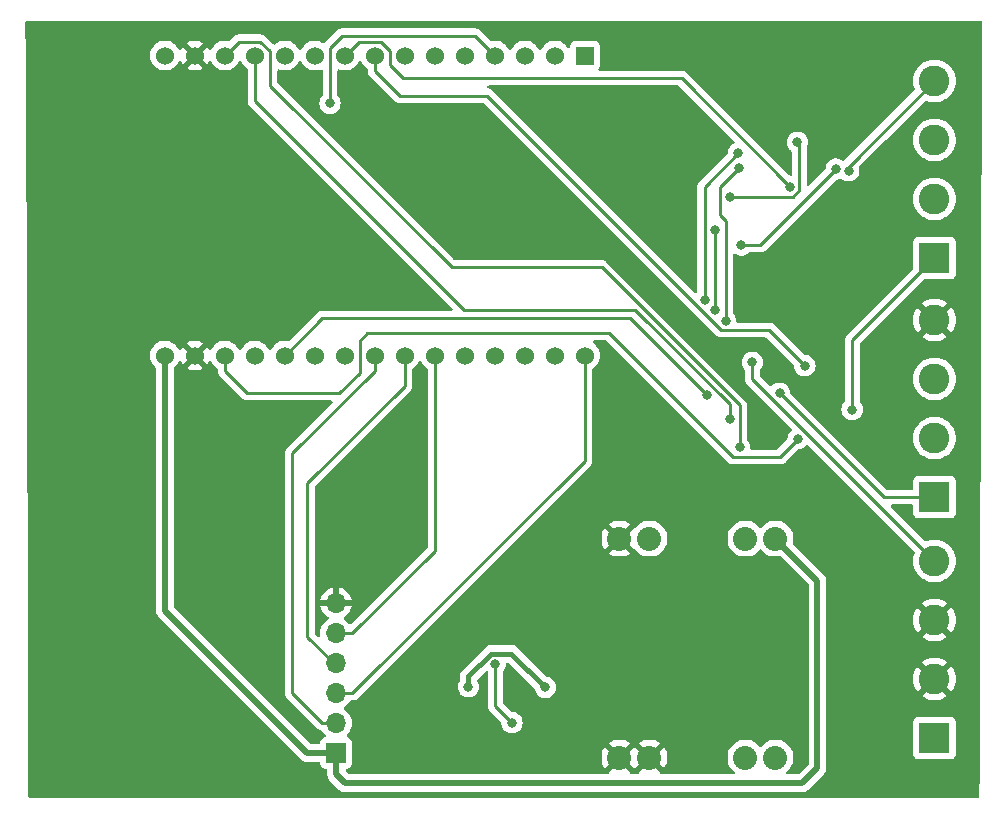
<source format=gbl>
G04 #@! TF.GenerationSoftware,KiCad,Pcbnew,8.0.2*
G04 #@! TF.CreationDate,2024-07-01T07:58:36+02:00*
G04 #@! TF.ProjectId,energiRegistrationForHA,656e6572-6769-4526-9567-697374726174,0*
G04 #@! TF.SameCoordinates,Original*
G04 #@! TF.FileFunction,Copper,L2,Bot*
G04 #@! TF.FilePolarity,Positive*
%FSLAX46Y46*%
G04 Gerber Fmt 4.6, Leading zero omitted, Abs format (unit mm)*
G04 Created by KiCad (PCBNEW 8.0.2) date 2024-07-01 07:58:36*
%MOMM*%
%LPD*%
G01*
G04 APERTURE LIST*
G04 #@! TA.AperFunction,ComponentPad*
%ADD10C,2.032000*%
G04 #@! TD*
G04 #@! TA.AperFunction,ComponentPad*
%ADD11R,2.600000X2.600000*%
G04 #@! TD*
G04 #@! TA.AperFunction,ComponentPad*
%ADD12C,2.600000*%
G04 #@! TD*
G04 #@! TA.AperFunction,ComponentPad*
%ADD13R,1.524000X1.524000*%
G04 #@! TD*
G04 #@! TA.AperFunction,ComponentPad*
%ADD14C,1.524000*%
G04 #@! TD*
G04 #@! TA.AperFunction,ComponentPad*
%ADD15R,1.700000X1.700000*%
G04 #@! TD*
G04 #@! TA.AperFunction,ComponentPad*
%ADD16O,1.700000X1.700000*%
G04 #@! TD*
G04 #@! TA.AperFunction,ViaPad*
%ADD17C,0.800000*%
G04 #@! TD*
G04 #@! TA.AperFunction,Conductor*
%ADD18C,0.250000*%
G04 #@! TD*
G04 #@! TA.AperFunction,Conductor*
%ADD19C,0.450000*%
G04 #@! TD*
G04 #@! TA.AperFunction,Conductor*
%ADD20C,0.500000*%
G04 #@! TD*
G04 APERTURE END LIST*
D10*
X84074000Y-82931000D03*
X81534000Y-82931000D03*
X73406000Y-82931000D03*
X70866000Y-82931000D03*
X84074000Y-64389000D03*
X81534000Y-64389000D03*
X73406000Y-64389000D03*
X70866000Y-64389000D03*
D11*
X97536000Y-60880000D03*
D12*
X97536000Y-55880000D03*
X97536000Y-50880000D03*
X97536000Y-45880000D03*
D11*
X97536000Y-40640000D03*
D12*
X97536000Y-35640000D03*
X97536000Y-30640000D03*
X97536000Y-25640000D03*
D11*
X97536000Y-81280000D03*
D12*
X97536000Y-76280000D03*
X97536000Y-71280000D03*
X97536000Y-66280000D03*
D13*
X67945000Y-23495000D03*
D14*
X65405000Y-23495000D03*
X62865000Y-23495000D03*
X60325000Y-23495000D03*
X57785000Y-23495000D03*
X55245000Y-23495000D03*
X52705000Y-23495000D03*
X50165000Y-23495000D03*
X47625000Y-23495000D03*
X45085000Y-23495000D03*
X42545000Y-23495000D03*
X40005000Y-23495000D03*
X37465000Y-23495000D03*
X34925000Y-23495000D03*
X32385000Y-23495000D03*
X32385000Y-48895000D03*
X34925000Y-48895000D03*
X37465000Y-48895000D03*
X40005000Y-48895000D03*
X42545000Y-48895000D03*
X45085000Y-48895000D03*
X47625000Y-48895000D03*
X50165000Y-48895000D03*
X52705000Y-48895000D03*
X55245000Y-48895000D03*
X57785000Y-48895000D03*
X60325000Y-48895000D03*
X62865000Y-48895000D03*
X65405000Y-48895000D03*
X67945000Y-48895000D03*
D15*
X46875500Y-82550000D03*
D16*
X46875500Y-80010000D03*
X46875500Y-77470000D03*
X46875500Y-74930000D03*
X46875500Y-72390000D03*
X46875500Y-69850000D03*
D17*
X85318900Y-34586300D03*
X81041600Y-56665000D03*
X78316200Y-52276200D03*
X80211000Y-54259200D03*
X85984000Y-55947700D03*
X86557200Y-49748900D03*
X46355000Y-27549700D03*
X66040000Y-37592000D03*
X53941600Y-73708300D03*
X38100000Y-69850000D03*
X75692000Y-37592000D03*
X64588400Y-77000000D03*
X58081700Y-76938700D03*
X84423400Y-52082100D03*
X82114400Y-49472300D03*
X90562700Y-53480200D03*
X90278500Y-33238000D03*
X60363300Y-75009300D03*
X61763700Y-79971400D03*
X78967300Y-38256800D03*
X78967300Y-45076500D03*
X81176400Y-39539500D03*
X89209600Y-33107800D03*
X80967400Y-33020000D03*
X79847400Y-45953100D03*
X85936700Y-30837100D03*
X80200400Y-35471600D03*
X78079700Y-44225600D03*
X80923200Y-31750000D03*
D18*
X51435000Y-24303350D02*
X52531650Y-25400000D01*
X76132600Y-25400000D02*
X85318900Y-34586300D01*
X51435000Y-23115800D02*
X51435000Y-24303350D01*
X48775100Y-22344900D02*
X50664100Y-22344900D01*
X52531650Y-25400000D02*
X76132600Y-25400000D01*
X50664100Y-22344900D02*
X51435000Y-23115800D01*
X47625000Y-23495000D02*
X48775100Y-22344900D01*
X81041600Y-56665000D02*
X81041600Y-53116700D01*
X41275000Y-26035000D02*
X41275000Y-23140800D01*
X38625900Y-22334100D02*
X37465000Y-23495000D01*
X56673100Y-41433100D02*
X41275000Y-26035000D01*
X41275000Y-23140800D02*
X40468300Y-22334100D01*
X40468300Y-22334100D02*
X38625900Y-22334100D01*
X69358000Y-41433100D02*
X56673100Y-41433100D01*
X81041600Y-53116700D02*
X69358000Y-41433100D01*
X42545000Y-48895000D02*
X45720000Y-45720000D01*
X45720000Y-45720000D02*
X71760000Y-45720000D01*
X71760000Y-45720000D02*
X78316200Y-52276200D01*
X46875500Y-80010000D02*
X45720000Y-80010000D01*
X43180000Y-57150000D02*
X50165000Y-50165000D01*
X50165000Y-50165000D02*
X50165000Y-48895000D01*
X43180000Y-77470000D02*
X43180000Y-57150000D01*
X45720000Y-80010000D02*
X43180000Y-77470000D01*
X46875500Y-77470000D02*
X48260000Y-77470000D01*
X48260000Y-77470000D02*
X67945000Y-57785000D01*
X67945000Y-57785000D02*
X67945000Y-48895000D01*
X72217500Y-45008900D02*
X80211000Y-53002400D01*
X57708900Y-45008900D02*
X72217500Y-45008900D01*
X40005000Y-23495000D02*
X40005000Y-27305000D01*
X40005000Y-27305000D02*
X57708900Y-45008900D01*
X80211000Y-53002400D02*
X80211000Y-54259200D01*
X48895000Y-47625000D02*
X49530000Y-46990000D01*
X84441000Y-57490700D02*
X85984000Y-55947700D01*
X47158981Y-52070000D02*
X48895000Y-50333981D01*
X37465000Y-50165000D02*
X39370000Y-52070000D01*
X80513800Y-57490700D02*
X84441000Y-57490700D01*
X37465000Y-48895000D02*
X37465000Y-50165000D01*
X70013100Y-46990000D02*
X80513800Y-57490700D01*
X49530000Y-46990000D02*
X70013100Y-46990000D01*
X48895000Y-50333981D02*
X48895000Y-47625000D01*
X39370000Y-52070000D02*
X47158981Y-52070000D01*
X79485500Y-46729800D02*
X83538100Y-46729800D01*
X50165000Y-24765000D02*
X52283500Y-26883500D01*
X83538100Y-46729800D02*
X86557200Y-49748900D01*
X52283500Y-26883500D02*
X59639200Y-26883500D01*
X59639200Y-26883500D02*
X79485500Y-46729800D01*
X50165000Y-23495000D02*
X50165000Y-24765000D01*
X46355000Y-27549700D02*
X46355000Y-22860000D01*
X46355000Y-22860000D02*
X47384700Y-21830300D01*
X58660300Y-21830300D02*
X60325000Y-23495000D01*
X47384700Y-21830300D02*
X58660300Y-21830300D01*
X55245000Y-65405000D02*
X55245000Y-48895000D01*
X46875500Y-72390000D02*
X48260000Y-72390000D01*
X48260000Y-72390000D02*
X55245000Y-65405000D01*
X44450000Y-59690000D02*
X52705000Y-51435000D01*
X46875500Y-74930000D02*
X46681100Y-74930000D01*
X44450000Y-72698900D02*
X44450000Y-59690000D01*
X52705000Y-51435000D02*
X52705000Y-48895000D01*
X46681100Y-74930000D02*
X44450000Y-72698900D01*
D19*
X53941600Y-73693400D02*
X53975000Y-73660000D01*
D20*
X84074000Y-64389000D02*
X84074000Y-64344300D01*
X47625000Y-85090000D02*
X46875500Y-84340500D01*
X32385000Y-70485000D02*
X32385000Y-48895000D01*
X86360000Y-85090000D02*
X47625000Y-85090000D01*
X87630000Y-83820000D02*
X86360000Y-85090000D01*
X44450000Y-82550000D02*
X32385000Y-70485000D01*
X46875500Y-82550000D02*
X44450000Y-82550000D01*
X84074000Y-64389000D02*
X87630000Y-67945000D01*
X87630000Y-67945000D02*
X87630000Y-83820000D01*
X46875500Y-84340500D02*
X46875500Y-82550000D01*
D19*
X64588400Y-77000000D02*
X61721000Y-74132600D01*
X61721000Y-74132600D02*
X60000200Y-74132600D01*
X58081700Y-76051100D02*
X58081700Y-76938700D01*
X60000200Y-74132600D02*
X58081700Y-76051100D01*
D18*
X93221300Y-60880000D02*
X97536000Y-60880000D01*
X93221300Y-60880000D02*
X84423400Y-52082100D01*
X82114400Y-50869116D02*
X82114400Y-49472300D01*
X97536000Y-66280000D02*
X97525284Y-66280000D01*
X97790000Y-66280000D02*
X97517700Y-66280000D01*
X97525284Y-66280000D02*
X82114400Y-50869116D01*
X90562700Y-53480200D02*
X90562700Y-47613300D01*
X97790000Y-40640000D02*
X97790000Y-41148000D01*
X90562700Y-47613300D02*
X97536000Y-40640000D01*
X90278500Y-32897500D02*
X90278500Y-33238000D01*
X97790000Y-25726500D02*
X97790000Y-25640000D01*
X97536000Y-25640000D02*
X90278500Y-32897500D01*
X60363300Y-78571000D02*
X61763700Y-79971400D01*
X60363300Y-75009300D02*
X60363300Y-78571000D01*
X78967300Y-38256800D02*
X78967300Y-45076500D01*
X82777900Y-39539500D02*
X81176400Y-39539500D01*
X89209600Y-33107800D02*
X82777900Y-39539500D01*
X79847400Y-37463900D02*
X79847400Y-45953100D01*
X80967400Y-33020000D02*
X79401000Y-34586400D01*
X79401000Y-37017500D02*
X79847400Y-37463900D01*
X79401000Y-34586400D02*
X79401000Y-37017500D01*
X86095600Y-30996000D02*
X85936700Y-30837100D01*
X86095600Y-34908100D02*
X86095600Y-30996000D01*
X85532100Y-35471600D02*
X86095600Y-34908100D01*
X80200400Y-35471600D02*
X85532100Y-35471600D01*
X80923200Y-31750000D02*
X78079700Y-34593500D01*
X78079700Y-34593500D02*
X78079700Y-44225600D01*
G04 #@! TA.AperFunction,Conductor*
G36*
X72932619Y-83127081D02*
G01*
X72999498Y-83242920D01*
X73094080Y-83337502D01*
X73209919Y-83404381D01*
X73270057Y-83420494D01*
X72522781Y-84167769D01*
X72526706Y-84200925D01*
X72515038Y-84269813D01*
X72467979Y-84321458D01*
X72403566Y-84339500D01*
X71868433Y-84339500D01*
X71801394Y-84319815D01*
X71755639Y-84267011D01*
X71745293Y-84200925D01*
X71749217Y-84167769D01*
X71001942Y-83420495D01*
X71062081Y-83404381D01*
X71177920Y-83337502D01*
X71272502Y-83242920D01*
X71339381Y-83127081D01*
X71355495Y-83066942D01*
X72102769Y-83814217D01*
X72121423Y-83812009D01*
X72150575Y-83812009D01*
X72169228Y-83814217D01*
X72916504Y-83066941D01*
X72932619Y-83127081D01*
G37*
G04 #@! TD.AperFunction*
G04 #@! TA.AperFunction,Conductor*
G36*
X35976741Y-49593188D02*
G01*
X36022094Y-49528417D01*
X36022095Y-49528416D01*
X36082340Y-49399219D01*
X36128512Y-49346780D01*
X36195706Y-49327627D01*
X36262587Y-49347842D01*
X36307105Y-49399218D01*
X36367466Y-49528662D01*
X36367468Y-49528666D01*
X36494170Y-49709615D01*
X36494175Y-49709621D01*
X36650378Y-49865824D01*
X36650384Y-49865829D01*
X36664129Y-49875453D01*
X36765937Y-49946740D01*
X36786623Y-49961224D01*
X36830248Y-50015801D01*
X36839500Y-50062799D01*
X36839500Y-50226611D01*
X36849524Y-50277004D01*
X36849524Y-50277006D01*
X36849525Y-50277006D01*
X36863537Y-50347452D01*
X36864743Y-50350363D01*
X36910688Y-50461286D01*
X36916761Y-50470374D01*
X36916764Y-50470384D01*
X36916767Y-50470383D01*
X36979141Y-50563732D01*
X36979144Y-50563736D01*
X37070586Y-50655178D01*
X37070608Y-50655198D01*
X38881016Y-52465606D01*
X38881045Y-52465637D01*
X38971266Y-52555858D01*
X38978570Y-52560738D01*
X39042818Y-52603667D01*
X39073715Y-52624312D01*
X39140396Y-52651931D01*
X39140398Y-52651933D01*
X39180640Y-52668601D01*
X39187548Y-52671463D01*
X39211414Y-52676210D01*
X39232940Y-52680492D01*
X39232960Y-52680495D01*
X39232982Y-52680500D01*
X39308391Y-52695499D01*
X39308392Y-52695500D01*
X39308393Y-52695500D01*
X39308394Y-52695500D01*
X46450547Y-52695500D01*
X46517586Y-52715185D01*
X46563341Y-52767989D01*
X46573285Y-52837147D01*
X46544260Y-52900703D01*
X46538228Y-52907181D01*
X42694144Y-56751264D01*
X42694138Y-56751272D01*
X42625692Y-56853705D01*
X42625684Y-56853719D01*
X42592347Y-56934207D01*
X42586823Y-56947543D01*
X42578537Y-56967545D01*
X42578535Y-56967553D01*
X42554500Y-57088389D01*
X42554500Y-77531611D01*
X42578535Y-77652444D01*
X42578540Y-77652461D01*
X42625685Y-77766280D01*
X42625687Y-77766283D01*
X42625688Y-77766286D01*
X42648111Y-77799844D01*
X42659914Y-77817507D01*
X42659915Y-77817509D01*
X42694140Y-77868731D01*
X42694141Y-77868732D01*
X42694142Y-77868733D01*
X42781267Y-77955858D01*
X42781268Y-77955858D01*
X42788335Y-77962925D01*
X42788334Y-77962925D01*
X42788338Y-77962928D01*
X45321262Y-80495854D01*
X45321265Y-80495857D01*
X45389411Y-80541390D01*
X45423714Y-80564311D01*
X45537548Y-80611463D01*
X45617817Y-80627429D01*
X45679726Y-80659813D01*
X45698230Y-80683486D01*
X45698360Y-80683396D01*
X45700083Y-80685857D01*
X45701011Y-80687044D01*
X45701465Y-80687830D01*
X45837001Y-80881396D01*
X45837006Y-80881402D01*
X45958930Y-81003326D01*
X45992415Y-81064649D01*
X45987431Y-81134341D01*
X45945559Y-81190274D01*
X45914583Y-81207189D01*
X45783169Y-81256203D01*
X45783164Y-81256206D01*
X45667955Y-81342452D01*
X45667952Y-81342455D01*
X45581706Y-81457664D01*
X45581702Y-81457671D01*
X45531408Y-81592517D01*
X45525001Y-81652116D01*
X45525001Y-81652123D01*
X45525000Y-81652135D01*
X45525000Y-81675500D01*
X45505315Y-81742539D01*
X45452511Y-81788294D01*
X45401000Y-81799500D01*
X44812229Y-81799500D01*
X44745190Y-81779815D01*
X44724548Y-81763181D01*
X33171819Y-70210451D01*
X33138334Y-70149128D01*
X33135500Y-70122770D01*
X33135500Y-49975273D01*
X33155185Y-49908234D01*
X33188380Y-49873696D01*
X33199620Y-49865826D01*
X33355826Y-49709620D01*
X33482534Y-49528662D01*
X33542894Y-49399218D01*
X33589066Y-49346779D01*
X33656259Y-49327627D01*
X33723141Y-49347843D01*
X33767658Y-49399219D01*
X33827898Y-49528405D01*
X33827901Y-49528411D01*
X33873258Y-49593187D01*
X33873259Y-49593188D01*
X34482861Y-48983585D01*
X34505667Y-49068694D01*
X34564910Y-49171306D01*
X34648694Y-49255090D01*
X34751306Y-49314333D01*
X34836414Y-49337137D01*
X34226810Y-49946740D01*
X34291590Y-49992099D01*
X34291592Y-49992100D01*
X34491715Y-50085419D01*
X34491729Y-50085424D01*
X34705013Y-50142573D01*
X34705023Y-50142575D01*
X34924999Y-50161821D01*
X34925001Y-50161821D01*
X35144976Y-50142575D01*
X35144986Y-50142573D01*
X35358270Y-50085424D01*
X35358284Y-50085419D01*
X35558407Y-49992100D01*
X35558417Y-49992094D01*
X35623188Y-49946741D01*
X35013585Y-49337137D01*
X35098694Y-49314333D01*
X35201306Y-49255090D01*
X35285090Y-49171306D01*
X35344333Y-49068694D01*
X35367138Y-48983585D01*
X35976741Y-49593188D01*
G37*
G04 #@! TD.AperFunction*
G04 #@! TA.AperFunction,Conductor*
G36*
X54042865Y-49348435D02*
G01*
X54087382Y-49399811D01*
X54147464Y-49528658D01*
X54147468Y-49528666D01*
X54274170Y-49709615D01*
X54274175Y-49709621D01*
X54430378Y-49865824D01*
X54430384Y-49865829D01*
X54444129Y-49875453D01*
X54545937Y-49946740D01*
X54566623Y-49961224D01*
X54610248Y-50015801D01*
X54619500Y-50062799D01*
X54619500Y-65094547D01*
X54599815Y-65161586D01*
X54583181Y-65182228D01*
X48155554Y-71609854D01*
X48094231Y-71643339D01*
X48024539Y-71638355D01*
X47968606Y-71596483D01*
X47966298Y-71593296D01*
X47913993Y-71518596D01*
X47746902Y-71351506D01*
X47746901Y-71351505D01*
X47560905Y-71221269D01*
X47517281Y-71166692D01*
X47510088Y-71097193D01*
X47541610Y-71034839D01*
X47560905Y-71018119D01*
X47746582Y-70888105D01*
X47913605Y-70721082D01*
X48049100Y-70527578D01*
X48148929Y-70313492D01*
X48148932Y-70313486D01*
X48206136Y-70100000D01*
X47308512Y-70100000D01*
X47341425Y-70042993D01*
X47375500Y-69915826D01*
X47375500Y-69784174D01*
X47341425Y-69657007D01*
X47308512Y-69600000D01*
X48206136Y-69600000D01*
X48206135Y-69599999D01*
X48148932Y-69386513D01*
X48148929Y-69386507D01*
X48049100Y-69172422D01*
X48049099Y-69172420D01*
X47913613Y-68978926D01*
X47913608Y-68978920D01*
X47746582Y-68811894D01*
X47553078Y-68676399D01*
X47338992Y-68576570D01*
X47338986Y-68576567D01*
X47125500Y-68519364D01*
X47125500Y-69416988D01*
X47068493Y-69384075D01*
X46941326Y-69350000D01*
X46809674Y-69350000D01*
X46682507Y-69384075D01*
X46625500Y-69416988D01*
X46625500Y-68519364D01*
X46625499Y-68519364D01*
X46412013Y-68576567D01*
X46412007Y-68576570D01*
X46197922Y-68676399D01*
X46197920Y-68676400D01*
X46004426Y-68811886D01*
X46004420Y-68811891D01*
X45837391Y-68978920D01*
X45837386Y-68978926D01*
X45701900Y-69172420D01*
X45701899Y-69172422D01*
X45602070Y-69386507D01*
X45602067Y-69386513D01*
X45544864Y-69599999D01*
X45544864Y-69600000D01*
X46442488Y-69600000D01*
X46409575Y-69657007D01*
X46375500Y-69784174D01*
X46375500Y-69915826D01*
X46409575Y-70042993D01*
X46442488Y-70100000D01*
X45544864Y-70100000D01*
X45602067Y-70313486D01*
X45602070Y-70313492D01*
X45701899Y-70527578D01*
X45837394Y-70721082D01*
X46004417Y-70888105D01*
X46190095Y-71018119D01*
X46233719Y-71072696D01*
X46240912Y-71142195D01*
X46209390Y-71204549D01*
X46190095Y-71221269D01*
X46004094Y-71351508D01*
X45837005Y-71518597D01*
X45701465Y-71712169D01*
X45701464Y-71712171D01*
X45601598Y-71926335D01*
X45601594Y-71926344D01*
X45540438Y-72154586D01*
X45540436Y-72154596D01*
X45519841Y-72389999D01*
X45519841Y-72390001D01*
X45537526Y-72592139D01*
X45523759Y-72660639D01*
X45475144Y-72710822D01*
X45407116Y-72726755D01*
X45341272Y-72703380D01*
X45326317Y-72690627D01*
X45111819Y-72476129D01*
X45078334Y-72414806D01*
X45075500Y-72388448D01*
X45075500Y-60000451D01*
X45095185Y-59933412D01*
X45111814Y-59912775D01*
X53103729Y-51920860D01*
X53103733Y-51920858D01*
X53190858Y-51833733D01*
X53244020Y-51754170D01*
X53259312Y-51731285D01*
X53306463Y-51617451D01*
X53307116Y-51614171D01*
X53330500Y-51496606D01*
X53330500Y-50062799D01*
X53350185Y-49995760D01*
X53383377Y-49961224D01*
X53404061Y-49946741D01*
X53519620Y-49865826D01*
X53675826Y-49709620D01*
X53802534Y-49528662D01*
X53862618Y-49399811D01*
X53908790Y-49347371D01*
X53975983Y-49328219D01*
X54042865Y-49348435D01*
G37*
G04 #@! TD.AperFunction*
G04 #@! TA.AperFunction,Conductor*
G36*
X75889187Y-26045185D02*
G01*
X75909829Y-26061819D01*
X80580494Y-30732484D01*
X80613979Y-30793807D01*
X80608995Y-30863499D01*
X80567123Y-30919432D01*
X80543251Y-30933444D01*
X80502594Y-30951546D01*
X80470470Y-30965849D01*
X80470468Y-30965849D01*
X80470464Y-30965852D01*
X80317329Y-31077111D01*
X80190666Y-31217785D01*
X80096021Y-31381715D01*
X80096018Y-31381722D01*
X80054342Y-31509989D01*
X80037526Y-31561744D01*
X80036234Y-31574037D01*
X80019878Y-31729651D01*
X79993293Y-31794266D01*
X79984238Y-31804370D01*
X78782325Y-33006284D01*
X77680970Y-34107639D01*
X77680967Y-34107642D01*
X77650109Y-34138500D01*
X77593842Y-34194766D01*
X77571392Y-34228366D01*
X77571391Y-34228367D01*
X77525390Y-34297209D01*
X77525385Y-34297218D01*
X77492046Y-34377709D01*
X77483624Y-34398039D01*
X77483625Y-34398040D01*
X77478239Y-34411042D01*
X77478235Y-34411056D01*
X77456998Y-34517826D01*
X77456998Y-34517830D01*
X77454200Y-34531894D01*
X77454200Y-43514547D01*
X77434515Y-43581586D01*
X77381711Y-43627341D01*
X77312553Y-43637285D01*
X77248997Y-43608260D01*
X77242519Y-43602228D01*
X60129398Y-26489108D01*
X60129378Y-26489086D01*
X60037933Y-26397641D01*
X59986709Y-26363415D01*
X59935486Y-26329188D01*
X59935483Y-26329186D01*
X59935480Y-26329185D01*
X59854992Y-26295847D01*
X59821652Y-26282037D01*
X59766752Y-26271116D01*
X59704843Y-26238733D01*
X59670269Y-26178017D01*
X59674008Y-26108248D01*
X59714874Y-26051576D01*
X59779892Y-26025994D01*
X59790945Y-26025500D01*
X75822148Y-26025500D01*
X75889187Y-26045185D01*
G37*
G04 #@! TD.AperFunction*
G04 #@! TA.AperFunction,Conductor*
G36*
X101542559Y-20593685D02*
G01*
X101588314Y-20646489D01*
X101599519Y-20698479D01*
X101398728Y-72703380D01*
X101354594Y-84134297D01*
X101346477Y-86236479D01*
X101326534Y-86303442D01*
X101273554Y-86348992D01*
X101222478Y-86360000D01*
X20951522Y-86360000D01*
X20884483Y-86340315D01*
X20838728Y-86287511D01*
X20827523Y-86236479D01*
X20819406Y-84134297D01*
X20775272Y-72703380D01*
X20585278Y-23494997D01*
X31117677Y-23494997D01*
X31117677Y-23495002D01*
X31136929Y-23715062D01*
X31136930Y-23715070D01*
X31194104Y-23928445D01*
X31194105Y-23928447D01*
X31194106Y-23928450D01*
X31227106Y-23999218D01*
X31287466Y-24128662D01*
X31287468Y-24128666D01*
X31414170Y-24309615D01*
X31414175Y-24309621D01*
X31570378Y-24465824D01*
X31570384Y-24465829D01*
X31751333Y-24592531D01*
X31751335Y-24592532D01*
X31751338Y-24592534D01*
X31951550Y-24685894D01*
X32164932Y-24743070D01*
X32317344Y-24756404D01*
X32384998Y-24762323D01*
X32385000Y-24762323D01*
X32385002Y-24762323D01*
X32452656Y-24756404D01*
X32605068Y-24743070D01*
X32818450Y-24685894D01*
X33018662Y-24592534D01*
X33199620Y-24465826D01*
X33355826Y-24309620D01*
X33482534Y-24128662D01*
X33542894Y-23999218D01*
X33589066Y-23946779D01*
X33656259Y-23927627D01*
X33723141Y-23947843D01*
X33767658Y-23999219D01*
X33827898Y-24128405D01*
X33827901Y-24128411D01*
X33873258Y-24193187D01*
X33873259Y-24193188D01*
X34482861Y-23583585D01*
X34505667Y-23668694D01*
X34564910Y-23771306D01*
X34648694Y-23855090D01*
X34751306Y-23914333D01*
X34836414Y-23937137D01*
X34226810Y-24546740D01*
X34291590Y-24592099D01*
X34291592Y-24592100D01*
X34491715Y-24685419D01*
X34491729Y-24685424D01*
X34705013Y-24742573D01*
X34705023Y-24742575D01*
X34924999Y-24761821D01*
X34925001Y-24761821D01*
X35144976Y-24742575D01*
X35144986Y-24742573D01*
X35358270Y-24685424D01*
X35358284Y-24685419D01*
X35558407Y-24592100D01*
X35558417Y-24592094D01*
X35623188Y-24546741D01*
X35013585Y-23937137D01*
X35098694Y-23914333D01*
X35201306Y-23855090D01*
X35285090Y-23771306D01*
X35344333Y-23668694D01*
X35367138Y-23583585D01*
X35976741Y-24193188D01*
X36022094Y-24128417D01*
X36022095Y-24128416D01*
X36082340Y-23999219D01*
X36128512Y-23946780D01*
X36195706Y-23927627D01*
X36262587Y-23947842D01*
X36307105Y-23999218D01*
X36367466Y-24128662D01*
X36367468Y-24128666D01*
X36494170Y-24309615D01*
X36494175Y-24309621D01*
X36650378Y-24465824D01*
X36650384Y-24465829D01*
X36831333Y-24592531D01*
X36831335Y-24592532D01*
X36831338Y-24592534D01*
X37031550Y-24685894D01*
X37244932Y-24743070D01*
X37397344Y-24756404D01*
X37464998Y-24762323D01*
X37465000Y-24762323D01*
X37465002Y-24762323D01*
X37532656Y-24756404D01*
X37685068Y-24743070D01*
X37898450Y-24685894D01*
X38098662Y-24592534D01*
X38279620Y-24465826D01*
X38435826Y-24309620D01*
X38562534Y-24128662D01*
X38622618Y-23999811D01*
X38668790Y-23947371D01*
X38735983Y-23928219D01*
X38802865Y-23948435D01*
X38847382Y-23999811D01*
X38907464Y-24128658D01*
X38907468Y-24128666D01*
X39030849Y-24304872D01*
X39034174Y-24309620D01*
X39190380Y-24465826D01*
X39310033Y-24549608D01*
X39326623Y-24561224D01*
X39370248Y-24615801D01*
X39379500Y-24662799D01*
X39379500Y-27366611D01*
X39403535Y-27487444D01*
X39403540Y-27487461D01*
X39450685Y-27601280D01*
X39450690Y-27601289D01*
X39484914Y-27652507D01*
X39484915Y-27652509D01*
X39519140Y-27703731D01*
X39519141Y-27703732D01*
X39519142Y-27703733D01*
X39606267Y-27790858D01*
X56698228Y-44882819D01*
X56731713Y-44944142D01*
X56726729Y-45013834D01*
X56684857Y-45069767D01*
X56619393Y-45094184D01*
X56610547Y-45094500D01*
X45658389Y-45094500D01*
X45597971Y-45106518D01*
X45560259Y-45114019D01*
X45537550Y-45118536D01*
X45537548Y-45118537D01*
X45504207Y-45132347D01*
X45423719Y-45165684D01*
X45423705Y-45165692D01*
X45321272Y-45234138D01*
X45321264Y-45234144D01*
X45234139Y-45321270D01*
X42928795Y-47626613D01*
X42867472Y-47660098D01*
X42809021Y-47658707D01*
X42765068Y-47646930D01*
X42545002Y-47627677D01*
X42544998Y-47627677D01*
X42324937Y-47646929D01*
X42324929Y-47646930D01*
X42111554Y-47704104D01*
X42111548Y-47704107D01*
X41911340Y-47797465D01*
X41911338Y-47797466D01*
X41730377Y-47924175D01*
X41574175Y-48080377D01*
X41447466Y-48261338D01*
X41447465Y-48261340D01*
X41387382Y-48390189D01*
X41341209Y-48442628D01*
X41274016Y-48461780D01*
X41207135Y-48441564D01*
X41162618Y-48390189D01*
X41102651Y-48261590D01*
X41102534Y-48261339D01*
X40975826Y-48080380D01*
X40819620Y-47924174D01*
X40819616Y-47924171D01*
X40819615Y-47924170D01*
X40638666Y-47797468D01*
X40638662Y-47797466D01*
X40552197Y-47757147D01*
X40438450Y-47704106D01*
X40438447Y-47704105D01*
X40438445Y-47704104D01*
X40225070Y-47646930D01*
X40225062Y-47646929D01*
X40005002Y-47627677D01*
X40004998Y-47627677D01*
X39784937Y-47646929D01*
X39784929Y-47646930D01*
X39571554Y-47704104D01*
X39571548Y-47704107D01*
X39371340Y-47797465D01*
X39371338Y-47797466D01*
X39190377Y-47924175D01*
X39034175Y-48080377D01*
X38907466Y-48261338D01*
X38907465Y-48261340D01*
X38847382Y-48390189D01*
X38801209Y-48442628D01*
X38734016Y-48461780D01*
X38667135Y-48441564D01*
X38622618Y-48390189D01*
X38562651Y-48261590D01*
X38562534Y-48261339D01*
X38435826Y-48080380D01*
X38279620Y-47924174D01*
X38279616Y-47924171D01*
X38279615Y-47924170D01*
X38098666Y-47797468D01*
X38098662Y-47797466D01*
X38012197Y-47757147D01*
X37898450Y-47704106D01*
X37898447Y-47704105D01*
X37898445Y-47704104D01*
X37685070Y-47646930D01*
X37685062Y-47646929D01*
X37465002Y-47627677D01*
X37464998Y-47627677D01*
X37244937Y-47646929D01*
X37244929Y-47646930D01*
X37031554Y-47704104D01*
X37031548Y-47704107D01*
X36831340Y-47797465D01*
X36831338Y-47797466D01*
X36650377Y-47924175D01*
X36494175Y-48080377D01*
X36367467Y-48261337D01*
X36307105Y-48390782D01*
X36260932Y-48443221D01*
X36193738Y-48462372D01*
X36126857Y-48442156D01*
X36082341Y-48390780D01*
X36022098Y-48261589D01*
X36022097Y-48261587D01*
X35976741Y-48196811D01*
X35976740Y-48196810D01*
X35367137Y-48806413D01*
X35344333Y-48721306D01*
X35285090Y-48618694D01*
X35201306Y-48534910D01*
X35098694Y-48475667D01*
X35013585Y-48452862D01*
X35623188Y-47843259D01*
X35623187Y-47843258D01*
X35558411Y-47797901D01*
X35558405Y-47797898D01*
X35358284Y-47704580D01*
X35358270Y-47704575D01*
X35144986Y-47647426D01*
X35144976Y-47647424D01*
X34925001Y-47628179D01*
X34924999Y-47628179D01*
X34705023Y-47647424D01*
X34705013Y-47647426D01*
X34491729Y-47704575D01*
X34491720Y-47704579D01*
X34291590Y-47797901D01*
X34226811Y-47843258D01*
X34836414Y-48452861D01*
X34751306Y-48475667D01*
X34648694Y-48534910D01*
X34564910Y-48618694D01*
X34505667Y-48721306D01*
X34482861Y-48806414D01*
X33873258Y-48196811D01*
X33827901Y-48261590D01*
X33767658Y-48390781D01*
X33721485Y-48443220D01*
X33654292Y-48462372D01*
X33587411Y-48442156D01*
X33542894Y-48390781D01*
X33482651Y-48261590D01*
X33482534Y-48261339D01*
X33355826Y-48080380D01*
X33199620Y-47924174D01*
X33199616Y-47924171D01*
X33199615Y-47924170D01*
X33018666Y-47797468D01*
X33018662Y-47797466D01*
X32932197Y-47757147D01*
X32818450Y-47704106D01*
X32818447Y-47704105D01*
X32818445Y-47704104D01*
X32605070Y-47646930D01*
X32605062Y-47646929D01*
X32385002Y-47627677D01*
X32384998Y-47627677D01*
X32164937Y-47646929D01*
X32164929Y-47646930D01*
X31951554Y-47704104D01*
X31951548Y-47704107D01*
X31751340Y-47797465D01*
X31751338Y-47797466D01*
X31570377Y-47924175D01*
X31414175Y-48080377D01*
X31287466Y-48261338D01*
X31287465Y-48261340D01*
X31194107Y-48461548D01*
X31194104Y-48461554D01*
X31136930Y-48674929D01*
X31136929Y-48674937D01*
X31117677Y-48894997D01*
X31117677Y-48895002D01*
X31136929Y-49115062D01*
X31136930Y-49115070D01*
X31194104Y-49328445D01*
X31194105Y-49328447D01*
X31194106Y-49328450D01*
X31218434Y-49380622D01*
X31287466Y-49528662D01*
X31287468Y-49528666D01*
X31379821Y-49660559D01*
X31414174Y-49709620D01*
X31570380Y-49865826D01*
X31581620Y-49873696D01*
X31625247Y-49928271D01*
X31634500Y-49975273D01*
X31634500Y-70558918D01*
X31634500Y-70558920D01*
X31634499Y-70558920D01*
X31663340Y-70703907D01*
X31663343Y-70703917D01*
X31719914Y-70840492D01*
X31752812Y-70889727D01*
X31752813Y-70889730D01*
X31802046Y-70963414D01*
X31802052Y-70963421D01*
X43867049Y-83028416D01*
X43965714Y-83127081D01*
X43971585Y-83132952D01*
X44094498Y-83215080D01*
X44094504Y-83215083D01*
X44094505Y-83215084D01*
X44147533Y-83237049D01*
X44231088Y-83271659D01*
X44347241Y-83294763D01*
X44366468Y-83298587D01*
X44376081Y-83300500D01*
X44376082Y-83300500D01*
X44376083Y-83300500D01*
X44523918Y-83300500D01*
X45401001Y-83300500D01*
X45468040Y-83320185D01*
X45513795Y-83372989D01*
X45525001Y-83424500D01*
X45525001Y-83447876D01*
X45531408Y-83507483D01*
X45581702Y-83642328D01*
X45581706Y-83642335D01*
X45667952Y-83757544D01*
X45667955Y-83757547D01*
X45783164Y-83843793D01*
X45783171Y-83843797D01*
X45828118Y-83860561D01*
X45918017Y-83894091D01*
X45977627Y-83900500D01*
X46000997Y-83900499D01*
X46068036Y-83920181D01*
X46113792Y-83972983D01*
X46125000Y-84024499D01*
X46125000Y-84414418D01*
X46125000Y-84414420D01*
X46124999Y-84414420D01*
X46153840Y-84559407D01*
X46153843Y-84559417D01*
X46210413Y-84695990D01*
X46236149Y-84734507D01*
X46292543Y-84818910D01*
X46292547Y-84818915D01*
X47146586Y-85672954D01*
X47176058Y-85692645D01*
X47220270Y-85722186D01*
X47269505Y-85755084D01*
X47269506Y-85755084D01*
X47269507Y-85755085D01*
X47269509Y-85755086D01*
X47406082Y-85811656D01*
X47406087Y-85811658D01*
X47406091Y-85811658D01*
X47406092Y-85811659D01*
X47551079Y-85840500D01*
X47551082Y-85840500D01*
X86433920Y-85840500D01*
X86531462Y-85821096D01*
X86578913Y-85811658D01*
X86715495Y-85755084D01*
X86764729Y-85722186D01*
X86764734Y-85722183D01*
X86789071Y-85705921D01*
X86838416Y-85672952D01*
X88212951Y-84298416D01*
X88295084Y-84175495D01*
X88351658Y-84038913D01*
X88380500Y-83893918D01*
X88380500Y-83746083D01*
X88380500Y-79932135D01*
X95735500Y-79932135D01*
X95735500Y-82627870D01*
X95735501Y-82627876D01*
X95741908Y-82687483D01*
X95792202Y-82822328D01*
X95792206Y-82822335D01*
X95878452Y-82937544D01*
X95878455Y-82937547D01*
X95993664Y-83023793D01*
X95993671Y-83023797D01*
X96128517Y-83074091D01*
X96128516Y-83074091D01*
X96135444Y-83074835D01*
X96188127Y-83080500D01*
X98883872Y-83080499D01*
X98943483Y-83074091D01*
X99078331Y-83023796D01*
X99193546Y-82937546D01*
X99279796Y-82822331D01*
X99330091Y-82687483D01*
X99336500Y-82627873D01*
X99336499Y-79932128D01*
X99330091Y-79872517D01*
X99293567Y-79774592D01*
X99279797Y-79737671D01*
X99279793Y-79737664D01*
X99193547Y-79622455D01*
X99193544Y-79622452D01*
X99078335Y-79536206D01*
X99078328Y-79536202D01*
X98943482Y-79485908D01*
X98943483Y-79485908D01*
X98883883Y-79479501D01*
X98883881Y-79479500D01*
X98883873Y-79479500D01*
X98883864Y-79479500D01*
X96188129Y-79479500D01*
X96188123Y-79479501D01*
X96128516Y-79485908D01*
X95993671Y-79536202D01*
X95993664Y-79536206D01*
X95878455Y-79622452D01*
X95878452Y-79622455D01*
X95792206Y-79737664D01*
X95792202Y-79737671D01*
X95741908Y-79872517D01*
X95737123Y-79917029D01*
X95735501Y-79932123D01*
X95735500Y-79932135D01*
X88380500Y-79932135D01*
X88380500Y-76279995D01*
X95730953Y-76279995D01*
X95730953Y-76280004D01*
X95751113Y-76549026D01*
X95751113Y-76549028D01*
X95811142Y-76812033D01*
X95811148Y-76812052D01*
X95909709Y-77063181D01*
X95909708Y-77063181D01*
X96044602Y-77296822D01*
X96098294Y-77364151D01*
X96934957Y-76527487D01*
X96959978Y-76587890D01*
X97031112Y-76694351D01*
X97121649Y-76784888D01*
X97228110Y-76856022D01*
X97288510Y-76881041D01*
X96450848Y-77718702D01*
X96633483Y-77843220D01*
X96633485Y-77843221D01*
X96876539Y-77960269D01*
X96876537Y-77960269D01*
X97134337Y-78039790D01*
X97134343Y-78039792D01*
X97401101Y-78079999D01*
X97401110Y-78080000D01*
X97670890Y-78080000D01*
X97670898Y-78079999D01*
X97937656Y-78039792D01*
X97937662Y-78039790D01*
X98195461Y-77960269D01*
X98438521Y-77843218D01*
X98621150Y-77718702D01*
X97783488Y-76881041D01*
X97843890Y-76856022D01*
X97950351Y-76784888D01*
X98040888Y-76694351D01*
X98112022Y-76587890D01*
X98137041Y-76527488D01*
X98973703Y-77364151D01*
X98973704Y-77364150D01*
X99027393Y-77296828D01*
X99027400Y-77296817D01*
X99162290Y-77063181D01*
X99260851Y-76812052D01*
X99260857Y-76812033D01*
X99320886Y-76549028D01*
X99320886Y-76549026D01*
X99341047Y-76280004D01*
X99341047Y-76279995D01*
X99320886Y-76010973D01*
X99320886Y-76010971D01*
X99260857Y-75747966D01*
X99260851Y-75747947D01*
X99162290Y-75496818D01*
X99162291Y-75496818D01*
X99027397Y-75263177D01*
X98973704Y-75195847D01*
X98137041Y-76032510D01*
X98112022Y-75972110D01*
X98040888Y-75865649D01*
X97950351Y-75775112D01*
X97843890Y-75703978D01*
X97783488Y-75678958D01*
X98621150Y-74841296D01*
X98438517Y-74716779D01*
X98438516Y-74716778D01*
X98195460Y-74599730D01*
X98195462Y-74599730D01*
X97937662Y-74520209D01*
X97937656Y-74520207D01*
X97670898Y-74480000D01*
X97401101Y-74480000D01*
X97134343Y-74520207D01*
X97134337Y-74520209D01*
X96876538Y-74599730D01*
X96633485Y-74716778D01*
X96633476Y-74716783D01*
X96450848Y-74841296D01*
X97288511Y-75678958D01*
X97228110Y-75703978D01*
X97121649Y-75775112D01*
X97031112Y-75865649D01*
X96959978Y-75972110D01*
X96934958Y-76032511D01*
X96098295Y-75195848D01*
X96044600Y-75263180D01*
X95909709Y-75496818D01*
X95811148Y-75747947D01*
X95811142Y-75747966D01*
X95751113Y-76010971D01*
X95751113Y-76010973D01*
X95730953Y-76279995D01*
X88380500Y-76279995D01*
X88380500Y-71279995D01*
X95730953Y-71279995D01*
X95730953Y-71280004D01*
X95751113Y-71549026D01*
X95751113Y-71549028D01*
X95811142Y-71812033D01*
X95811148Y-71812052D01*
X95909709Y-72063181D01*
X95909708Y-72063181D01*
X96044602Y-72296822D01*
X96098294Y-72364151D01*
X96934957Y-71527487D01*
X96959978Y-71587890D01*
X97031112Y-71694351D01*
X97121649Y-71784888D01*
X97228110Y-71856022D01*
X97288510Y-71881041D01*
X96450848Y-72718702D01*
X96633483Y-72843220D01*
X96633485Y-72843221D01*
X96876539Y-72960269D01*
X96876537Y-72960269D01*
X97134337Y-73039790D01*
X97134343Y-73039792D01*
X97401101Y-73079999D01*
X97401110Y-73080000D01*
X97670890Y-73080000D01*
X97670898Y-73079999D01*
X97937656Y-73039792D01*
X97937662Y-73039790D01*
X98195461Y-72960269D01*
X98438521Y-72843218D01*
X98621150Y-72718702D01*
X97783488Y-71881041D01*
X97843890Y-71856022D01*
X97950351Y-71784888D01*
X98040888Y-71694351D01*
X98112022Y-71587890D01*
X98137041Y-71527488D01*
X98973703Y-72364151D01*
X98973704Y-72364150D01*
X99027393Y-72296828D01*
X99027400Y-72296817D01*
X99162290Y-72063181D01*
X99260851Y-71812052D01*
X99260857Y-71812033D01*
X99320886Y-71549028D01*
X99320886Y-71549026D01*
X99341047Y-71280004D01*
X99341047Y-71279995D01*
X99320886Y-71010973D01*
X99320886Y-71010971D01*
X99260857Y-70747966D01*
X99260851Y-70747947D01*
X99162290Y-70496818D01*
X99162291Y-70496818D01*
X99027397Y-70263177D01*
X98973704Y-70195847D01*
X98137041Y-71032510D01*
X98112022Y-70972110D01*
X98040888Y-70865649D01*
X97950351Y-70775112D01*
X97843890Y-70703978D01*
X97783488Y-70678958D01*
X98621150Y-69841296D01*
X98438517Y-69716779D01*
X98438516Y-69716778D01*
X98195460Y-69599730D01*
X98195462Y-69599730D01*
X97937662Y-69520209D01*
X97937656Y-69520207D01*
X97670898Y-69480000D01*
X97401101Y-69480000D01*
X97134343Y-69520207D01*
X97134337Y-69520209D01*
X96876538Y-69599730D01*
X96633485Y-69716778D01*
X96633476Y-69716783D01*
X96450848Y-69841296D01*
X97288511Y-70678958D01*
X97228110Y-70703978D01*
X97121649Y-70775112D01*
X97031112Y-70865649D01*
X96959978Y-70972110D01*
X96934958Y-71032511D01*
X96098295Y-70195848D01*
X96044600Y-70263180D01*
X95909709Y-70496818D01*
X95811148Y-70747947D01*
X95811142Y-70747966D01*
X95751113Y-71010971D01*
X95751113Y-71010973D01*
X95730953Y-71279995D01*
X88380500Y-71279995D01*
X88380500Y-67871082D01*
X88380500Y-67871079D01*
X88351659Y-67726092D01*
X88351658Y-67726091D01*
X88351658Y-67726087D01*
X88337387Y-67691634D01*
X88295087Y-67589511D01*
X88295080Y-67589498D01*
X88212952Y-67466585D01*
X88212951Y-67466584D01*
X88108416Y-67362049D01*
X85586239Y-64839871D01*
X85552754Y-64778548D01*
X85553345Y-64723244D01*
X85576461Y-64626966D01*
X85595189Y-64389000D01*
X85576461Y-64151034D01*
X85520737Y-63918927D01*
X85429389Y-63698395D01*
X85304668Y-63494868D01*
X85149643Y-63313357D01*
X84968132Y-63158332D01*
X84764605Y-63033611D01*
X84764604Y-63033610D01*
X84764600Y-63033608D01*
X84544068Y-62942261D01*
X84311962Y-62886538D01*
X84311963Y-62886538D01*
X84074000Y-62867811D01*
X83836036Y-62886538D01*
X83603931Y-62942261D01*
X83383399Y-63033608D01*
X83179867Y-63158332D01*
X82998357Y-63313357D01*
X82898290Y-63430520D01*
X82839783Y-63468713D01*
X82769915Y-63469211D01*
X82710869Y-63431857D01*
X82709710Y-63430520D01*
X82682683Y-63398876D01*
X82609643Y-63313357D01*
X82428132Y-63158332D01*
X82224605Y-63033611D01*
X82224604Y-63033610D01*
X82224600Y-63033608D01*
X82004068Y-62942261D01*
X81771962Y-62886538D01*
X81771963Y-62886538D01*
X81534000Y-62867811D01*
X81296036Y-62886538D01*
X81063931Y-62942261D01*
X80843399Y-63033608D01*
X80639867Y-63158332D01*
X80458357Y-63313357D01*
X80303332Y-63494867D01*
X80178608Y-63698399D01*
X80087261Y-63918931D01*
X80031538Y-64151036D01*
X80012811Y-64389000D01*
X80031538Y-64626963D01*
X80087261Y-64859068D01*
X80178608Y-65079600D01*
X80178610Y-65079604D01*
X80178611Y-65079605D01*
X80303332Y-65283132D01*
X80458357Y-65464643D01*
X80639868Y-65619668D01*
X80843395Y-65744389D01*
X80843397Y-65744389D01*
X80843399Y-65744391D01*
X80851644Y-65747806D01*
X81063927Y-65835737D01*
X81296034Y-65891461D01*
X81534000Y-65910189D01*
X81771966Y-65891461D01*
X82004073Y-65835737D01*
X82224605Y-65744389D01*
X82428132Y-65619668D01*
X82609643Y-65464643D01*
X82709711Y-65347478D01*
X82768217Y-65309286D01*
X82838084Y-65308787D01*
X82897131Y-65346141D01*
X82898255Y-65347439D01*
X82998357Y-65464643D01*
X83179868Y-65619668D01*
X83383395Y-65744389D01*
X83383397Y-65744389D01*
X83383399Y-65744391D01*
X83391644Y-65747806D01*
X83603927Y-65835737D01*
X83836034Y-65891461D01*
X84074000Y-65910189D01*
X84311966Y-65891461D01*
X84408244Y-65868346D01*
X84478024Y-65871836D01*
X84524871Y-65901239D01*
X86843181Y-68219548D01*
X86876666Y-68280871D01*
X86879500Y-68307229D01*
X86879500Y-83457770D01*
X86859815Y-83524809D01*
X86843181Y-83545451D01*
X86085451Y-84303181D01*
X86024128Y-84336666D01*
X85997770Y-84339500D01*
X85096034Y-84339500D01*
X85028995Y-84319815D01*
X84983240Y-84267011D01*
X84973296Y-84197853D01*
X85002321Y-84134297D01*
X85015502Y-84121210D01*
X85027918Y-84110606D01*
X85149643Y-84006643D01*
X85304668Y-83825132D01*
X85429389Y-83621605D01*
X85520737Y-83401073D01*
X85576461Y-83168966D01*
X85595189Y-82931000D01*
X85576461Y-82693034D01*
X85520737Y-82460927D01*
X85429389Y-82240395D01*
X85304668Y-82036868D01*
X85149643Y-81855357D01*
X84968132Y-81700332D01*
X84764605Y-81575611D01*
X84764604Y-81575610D01*
X84764600Y-81575608D01*
X84544068Y-81484261D01*
X84311962Y-81428538D01*
X84311963Y-81428538D01*
X84074000Y-81409811D01*
X83836036Y-81428538D01*
X83603931Y-81484261D01*
X83383399Y-81575608D01*
X83179867Y-81700332D01*
X82998357Y-81855357D01*
X82898290Y-81972520D01*
X82839783Y-82010713D01*
X82769915Y-82011211D01*
X82710869Y-81973857D01*
X82709710Y-81972520D01*
X82682683Y-81940876D01*
X82609643Y-81855357D01*
X82428132Y-81700332D01*
X82224605Y-81575611D01*
X82224604Y-81575610D01*
X82224600Y-81575608D01*
X82004068Y-81484261D01*
X81771962Y-81428538D01*
X81771963Y-81428538D01*
X81534000Y-81409811D01*
X81296036Y-81428538D01*
X81063931Y-81484261D01*
X80843399Y-81575608D01*
X80639867Y-81700332D01*
X80458357Y-81855357D01*
X80303332Y-82036867D01*
X80178608Y-82240399D01*
X80087261Y-82460931D01*
X80031538Y-82693036D01*
X80012811Y-82931000D01*
X80031538Y-83168963D01*
X80087261Y-83401068D01*
X80178608Y-83621600D01*
X80178610Y-83621604D01*
X80178611Y-83621605D01*
X80303332Y-83825132D01*
X80458357Y-84006643D01*
X80580082Y-84110606D01*
X80592498Y-84121210D01*
X80630691Y-84179717D01*
X80631189Y-84249585D01*
X80593836Y-84308631D01*
X80530489Y-84338109D01*
X80511966Y-84339500D01*
X74408433Y-84339500D01*
X74341394Y-84319815D01*
X74295639Y-84267011D01*
X74285293Y-84200925D01*
X74289217Y-84167769D01*
X73541942Y-83420495D01*
X73602081Y-83404381D01*
X73717920Y-83337502D01*
X73812502Y-83242920D01*
X73879381Y-83127081D01*
X73895495Y-83066942D01*
X74642769Y-83814217D01*
X74642770Y-83814217D01*
X74760943Y-83621378D01*
X74852257Y-83400925D01*
X74907966Y-83168883D01*
X74926687Y-82931000D01*
X74907966Y-82693116D01*
X74852257Y-82461074D01*
X74760943Y-82240621D01*
X74642769Y-82047781D01*
X73895494Y-82795056D01*
X73879381Y-82734919D01*
X73812502Y-82619080D01*
X73717920Y-82524498D01*
X73602081Y-82457619D01*
X73541942Y-82441505D01*
X74289217Y-81694229D01*
X74096378Y-81576056D01*
X73875924Y-81484742D01*
X73875927Y-81484742D01*
X73643883Y-81429033D01*
X73406000Y-81410312D01*
X73168116Y-81429033D01*
X72936074Y-81484742D01*
X72715621Y-81576056D01*
X72522781Y-81694229D01*
X73270057Y-82441504D01*
X73209919Y-82457619D01*
X73094080Y-82524498D01*
X72999498Y-82619080D01*
X72932619Y-82734919D01*
X72916505Y-82795057D01*
X72169229Y-82047781D01*
X72150573Y-82049990D01*
X72121425Y-82049990D01*
X72102769Y-82047781D01*
X71355494Y-82795056D01*
X71339381Y-82734919D01*
X71272502Y-82619080D01*
X71177920Y-82524498D01*
X71062081Y-82457619D01*
X71001942Y-82441505D01*
X71749217Y-81694229D01*
X71556378Y-81576056D01*
X71335924Y-81484742D01*
X71335927Y-81484742D01*
X71103883Y-81429033D01*
X70866000Y-81410312D01*
X70628116Y-81429033D01*
X70396074Y-81484742D01*
X70175621Y-81576056D01*
X69982781Y-81694229D01*
X70730057Y-82441504D01*
X70669919Y-82457619D01*
X70554080Y-82524498D01*
X70459498Y-82619080D01*
X70392619Y-82734919D01*
X70376505Y-82795057D01*
X69629229Y-82047781D01*
X69511056Y-82240621D01*
X69419742Y-82461074D01*
X69364033Y-82693116D01*
X69345312Y-82931000D01*
X69364033Y-83168883D01*
X69419742Y-83400925D01*
X69511056Y-83621378D01*
X69629229Y-83814217D01*
X70376504Y-83066941D01*
X70392619Y-83127081D01*
X70459498Y-83242920D01*
X70554080Y-83337502D01*
X70669919Y-83404381D01*
X70730057Y-83420494D01*
X69982781Y-84167769D01*
X69986706Y-84200925D01*
X69975038Y-84269813D01*
X69927979Y-84321458D01*
X69863566Y-84339500D01*
X47987230Y-84339500D01*
X47920191Y-84319815D01*
X47899549Y-84303181D01*
X47706974Y-84110606D01*
X47673489Y-84049283D01*
X47678473Y-83979591D01*
X47720345Y-83923658D01*
X47781401Y-83899635D01*
X47832983Y-83894091D01*
X47967831Y-83843796D01*
X48083046Y-83757546D01*
X48169296Y-83642331D01*
X48219591Y-83507483D01*
X48226000Y-83447873D01*
X48225999Y-81652128D01*
X48219591Y-81592517D01*
X48213451Y-81576056D01*
X48169297Y-81457671D01*
X48169293Y-81457664D01*
X48083047Y-81342455D01*
X48083044Y-81342452D01*
X47967835Y-81256206D01*
X47967828Y-81256202D01*
X47836417Y-81207189D01*
X47780483Y-81165318D01*
X47756066Y-81099853D01*
X47770918Y-81031580D01*
X47792063Y-81003332D01*
X47913995Y-80881401D01*
X48049535Y-80687830D01*
X48149403Y-80473663D01*
X48210563Y-80245408D01*
X48231159Y-80010000D01*
X48210563Y-79774592D01*
X48149403Y-79546337D01*
X48049535Y-79332171D01*
X48025967Y-79298511D01*
X47913994Y-79138597D01*
X47746902Y-78971506D01*
X47746896Y-78971501D01*
X47561342Y-78841575D01*
X47517717Y-78786998D01*
X47510523Y-78717500D01*
X47542046Y-78655145D01*
X47561342Y-78638425D01*
X47583526Y-78622891D01*
X47746901Y-78508495D01*
X47913995Y-78341401D01*
X48049152Y-78148377D01*
X48103729Y-78104752D01*
X48150727Y-78095500D01*
X48321607Y-78095500D01*
X48382029Y-78083481D01*
X48442452Y-78071463D01*
X48442455Y-78071461D01*
X48442458Y-78071461D01*
X48475787Y-78057654D01*
X48475786Y-78057654D01*
X48475792Y-78057652D01*
X48556286Y-78024312D01*
X48607509Y-77990084D01*
X48658733Y-77955858D01*
X48745858Y-77868733D01*
X48745859Y-77868731D01*
X48752925Y-77861665D01*
X48752928Y-77861661D01*
X49675889Y-76938700D01*
X57176240Y-76938700D01*
X57196026Y-77126956D01*
X57196027Y-77126959D01*
X57254518Y-77306977D01*
X57254521Y-77306984D01*
X57349167Y-77470916D01*
X57404362Y-77532216D01*
X57475829Y-77611588D01*
X57628965Y-77722848D01*
X57628970Y-77722851D01*
X57801892Y-77799842D01*
X57801897Y-77799844D01*
X57987054Y-77839200D01*
X57987055Y-77839200D01*
X58176344Y-77839200D01*
X58176346Y-77839200D01*
X58361503Y-77799844D01*
X58534430Y-77722851D01*
X58687571Y-77611588D01*
X58814233Y-77470916D01*
X58908879Y-77306984D01*
X58967374Y-77126956D01*
X58987160Y-76938700D01*
X58967374Y-76750444D01*
X58908879Y-76570416D01*
X58839147Y-76449636D01*
X58822675Y-76381736D01*
X58845528Y-76315709D01*
X58858848Y-76299962D01*
X59526119Y-75632692D01*
X59587442Y-75599207D01*
X59657134Y-75604191D01*
X59713067Y-75646063D01*
X59737484Y-75711527D01*
X59737800Y-75720373D01*
X59737800Y-78632611D01*
X59761835Y-78753444D01*
X59761840Y-78753461D01*
X59808985Y-78867280D01*
X59808990Y-78867289D01*
X59843214Y-78918507D01*
X59843215Y-78918509D01*
X59877440Y-78969731D01*
X59877441Y-78969732D01*
X59877442Y-78969733D01*
X59964567Y-79056858D01*
X59964568Y-79056858D01*
X59971635Y-79063925D01*
X59971634Y-79063925D01*
X59971638Y-79063928D01*
X60824738Y-79917029D01*
X60858223Y-79978352D01*
X60860378Y-79991748D01*
X60868668Y-80070627D01*
X60878026Y-80159656D01*
X60878027Y-80159659D01*
X60936518Y-80339677D01*
X60936521Y-80339684D01*
X61031167Y-80503616D01*
X61128272Y-80611462D01*
X61157829Y-80644288D01*
X61310965Y-80755548D01*
X61310970Y-80755551D01*
X61483892Y-80832542D01*
X61483897Y-80832544D01*
X61669054Y-80871900D01*
X61669055Y-80871900D01*
X61858344Y-80871900D01*
X61858346Y-80871900D01*
X62043503Y-80832544D01*
X62216430Y-80755551D01*
X62369571Y-80644288D01*
X62496233Y-80503616D01*
X62590879Y-80339684D01*
X62649374Y-80159656D01*
X62669160Y-79971400D01*
X62649374Y-79783144D01*
X62590879Y-79603116D01*
X62496233Y-79439184D01*
X62369571Y-79298512D01*
X62369570Y-79298511D01*
X62216434Y-79187251D01*
X62216429Y-79187248D01*
X62043507Y-79110257D01*
X62043502Y-79110255D01*
X61897701Y-79079265D01*
X61858346Y-79070900D01*
X61858345Y-79070900D01*
X61799153Y-79070900D01*
X61732114Y-79051215D01*
X61711472Y-79034581D01*
X61025119Y-78348228D01*
X60991634Y-78286905D01*
X60988800Y-78260547D01*
X60988800Y-75707987D01*
X61008485Y-75640948D01*
X61020650Y-75625015D01*
X61043887Y-75599207D01*
X61095833Y-75541516D01*
X61190479Y-75377584D01*
X61248974Y-75197556D01*
X61268760Y-75009300D01*
X61268760Y-75009297D01*
X61268760Y-75005734D01*
X61269343Y-75003747D01*
X61269439Y-75002837D01*
X61269605Y-75002854D01*
X61288445Y-74938695D01*
X61341249Y-74892940D01*
X61410407Y-74882996D01*
X61473963Y-74912021D01*
X61480441Y-74918053D01*
X63666048Y-77103660D01*
X63699533Y-77164983D01*
X63701687Y-77178375D01*
X63702725Y-77188250D01*
X63702727Y-77188260D01*
X63761218Y-77368277D01*
X63761221Y-77368284D01*
X63855867Y-77532216D01*
X63982529Y-77672888D01*
X64135665Y-77784148D01*
X64135670Y-77784151D01*
X64308592Y-77861142D01*
X64308597Y-77861144D01*
X64493754Y-77900500D01*
X64493755Y-77900500D01*
X64683044Y-77900500D01*
X64683046Y-77900500D01*
X64868203Y-77861144D01*
X65041130Y-77784151D01*
X65194271Y-77672888D01*
X65320933Y-77532216D01*
X65415579Y-77368284D01*
X65474074Y-77188256D01*
X65493860Y-77000000D01*
X65474074Y-76811744D01*
X65415579Y-76631716D01*
X65320933Y-76467784D01*
X65194271Y-76327112D01*
X65194270Y-76327111D01*
X65041134Y-76215851D01*
X65041129Y-76215848D01*
X64868207Y-76138857D01*
X64868203Y-76138856D01*
X64758169Y-76115467D01*
X64696688Y-76082274D01*
X64696270Y-76081858D01*
X62183483Y-73569070D01*
X62183482Y-73569069D01*
X62064657Y-73489674D01*
X62064653Y-73489671D01*
X62064648Y-73489669D01*
X61932620Y-73434981D01*
X61932614Y-73434979D01*
X61792457Y-73407100D01*
X61792455Y-73407100D01*
X60071655Y-73407100D01*
X59928745Y-73407100D01*
X59928743Y-73407100D01*
X59788585Y-73434979D01*
X59788579Y-73434981D01*
X59656549Y-73489669D01*
X59656540Y-73489674D01*
X59537721Y-73569067D01*
X59537717Y-73569070D01*
X57518172Y-75588614D01*
X57518169Y-75588617D01*
X57438976Y-75707140D01*
X57438944Y-75707188D01*
X57438772Y-75707444D01*
X57384081Y-75839479D01*
X57384079Y-75839485D01*
X57356200Y-75979642D01*
X57356200Y-76361076D01*
X57339587Y-76423075D01*
X57254523Y-76570410D01*
X57254518Y-76570422D01*
X57206452Y-76718355D01*
X57196026Y-76750444D01*
X57176240Y-76938700D01*
X49675889Y-76938700D01*
X62225589Y-64389000D01*
X69345312Y-64389000D01*
X69364033Y-64626883D01*
X69419742Y-64858925D01*
X69511056Y-65079378D01*
X69629229Y-65272217D01*
X70376504Y-64524941D01*
X70392619Y-64585081D01*
X70459498Y-64700920D01*
X70554080Y-64795502D01*
X70669919Y-64862381D01*
X70730057Y-64878494D01*
X69982781Y-65625769D01*
X70175621Y-65743943D01*
X70396075Y-65835257D01*
X70396072Y-65835257D01*
X70628116Y-65890966D01*
X70866000Y-65909687D01*
X71103883Y-65890966D01*
X71335925Y-65835257D01*
X71556378Y-65743943D01*
X71749217Y-65625770D01*
X71749217Y-65625769D01*
X71001942Y-64878495D01*
X71062081Y-64862381D01*
X71177920Y-64795502D01*
X71272502Y-64700920D01*
X71339381Y-64585081D01*
X71355495Y-64524942D01*
X72105674Y-65275122D01*
X72163271Y-65284878D01*
X72203248Y-65315818D01*
X72248626Y-65368949D01*
X72330357Y-65464643D01*
X72511868Y-65619668D01*
X72715395Y-65744389D01*
X72715397Y-65744389D01*
X72715399Y-65744391D01*
X72723644Y-65747806D01*
X72935927Y-65835737D01*
X73168034Y-65891461D01*
X73406000Y-65910189D01*
X73643966Y-65891461D01*
X73876073Y-65835737D01*
X74096605Y-65744389D01*
X74300132Y-65619668D01*
X74481643Y-65464643D01*
X74636668Y-65283132D01*
X74761389Y-65079605D01*
X74852737Y-64859073D01*
X74908461Y-64626966D01*
X74927189Y-64389000D01*
X74908461Y-64151034D01*
X74852737Y-63918927D01*
X74761389Y-63698395D01*
X74636668Y-63494868D01*
X74481643Y-63313357D01*
X74300132Y-63158332D01*
X74096605Y-63033611D01*
X74096604Y-63033610D01*
X74096600Y-63033608D01*
X73876068Y-62942261D01*
X73643962Y-62886538D01*
X73643963Y-62886538D01*
X73406000Y-62867811D01*
X73168036Y-62886538D01*
X72935931Y-62942261D01*
X72715399Y-63033608D01*
X72511867Y-63158332D01*
X72330357Y-63313357D01*
X72203249Y-63462181D01*
X72144742Y-63500374D01*
X72104663Y-63503887D01*
X71355494Y-64253056D01*
X71339381Y-64192919D01*
X71272502Y-64077080D01*
X71177920Y-63982498D01*
X71062081Y-63915619D01*
X71001942Y-63899505D01*
X71749217Y-63152229D01*
X71556378Y-63034056D01*
X71335924Y-62942742D01*
X71335927Y-62942742D01*
X71103883Y-62887033D01*
X70866000Y-62868312D01*
X70628116Y-62887033D01*
X70396074Y-62942742D01*
X70175621Y-63034056D01*
X69982781Y-63152229D01*
X70730057Y-63899504D01*
X70669919Y-63915619D01*
X70554080Y-63982498D01*
X70459498Y-64077080D01*
X70392619Y-64192919D01*
X70376505Y-64253057D01*
X69629229Y-63505781D01*
X69511056Y-63698621D01*
X69419742Y-63919074D01*
X69364033Y-64151116D01*
X69345312Y-64389000D01*
X62225589Y-64389000D01*
X68343729Y-58270860D01*
X68343733Y-58270858D01*
X68430858Y-58183733D01*
X68475982Y-58116200D01*
X68499312Y-58081286D01*
X68528514Y-58010785D01*
X68542690Y-57976561D01*
X68542690Y-57976559D01*
X68542691Y-57976558D01*
X68546463Y-57967452D01*
X68558481Y-57907029D01*
X68570500Y-57846607D01*
X68570500Y-57723393D01*
X68570500Y-50062799D01*
X68590185Y-49995760D01*
X68623377Y-49961224D01*
X68644061Y-49946741D01*
X68759620Y-49865826D01*
X68915826Y-49709620D01*
X69042534Y-49528662D01*
X69135894Y-49328450D01*
X69193070Y-49115068D01*
X69212323Y-48895000D01*
X69211689Y-48887757D01*
X69193070Y-48674937D01*
X69193070Y-48674932D01*
X69135894Y-48461550D01*
X69042534Y-48261339D01*
X68915826Y-48080380D01*
X68759620Y-47924174D01*
X68640941Y-47841074D01*
X68597318Y-47786498D01*
X68590125Y-47716999D01*
X68621647Y-47654645D01*
X68681877Y-47619231D01*
X68712066Y-47615500D01*
X69702648Y-47615500D01*
X69769687Y-47635185D01*
X69790328Y-47651818D01*
X80027941Y-57889432D01*
X80027942Y-57889433D01*
X80105961Y-57967452D01*
X80115068Y-57976559D01*
X80217507Y-58045007D01*
X80217511Y-58045009D01*
X80217514Y-58045011D01*
X80331348Y-58092163D01*
X80391771Y-58104181D01*
X80452193Y-58116200D01*
X84502607Y-58116200D01*
X84563029Y-58104181D01*
X84623452Y-58092163D01*
X84623455Y-58092161D01*
X84623458Y-58092161D01*
X84656787Y-58078354D01*
X84656786Y-58078354D01*
X84656792Y-58078352D01*
X84737286Y-58045012D01*
X84788509Y-58010784D01*
X84839733Y-57976558D01*
X84926858Y-57889433D01*
X84926858Y-57889431D01*
X84937066Y-57879224D01*
X84937067Y-57879221D01*
X85931772Y-56884519D01*
X85993095Y-56851034D01*
X86019453Y-56848200D01*
X86078644Y-56848200D01*
X86078646Y-56848200D01*
X86263803Y-56808844D01*
X86436730Y-56731851D01*
X86589871Y-56620588D01*
X86687888Y-56511728D01*
X86747371Y-56475083D01*
X86817228Y-56476412D01*
X86867716Y-56507022D01*
X95837202Y-65476508D01*
X95870687Y-65537831D01*
X95865703Y-65607523D01*
X95864950Y-65609490D01*
X95829619Y-65699513D01*
X95810667Y-65747804D01*
X95810666Y-65747806D01*
X95810663Y-65747816D01*
X95750616Y-66010898D01*
X95730451Y-66279995D01*
X95730451Y-66280004D01*
X95750616Y-66549101D01*
X95810664Y-66812188D01*
X95810666Y-66812195D01*
X95909257Y-67063398D01*
X96044185Y-67297102D01*
X96095979Y-67362049D01*
X96212442Y-67508089D01*
X96300195Y-67589511D01*
X96410259Y-67691635D01*
X96633226Y-67843651D01*
X96876359Y-67960738D01*
X97134228Y-68040280D01*
X97134229Y-68040280D01*
X97134232Y-68040281D01*
X97401063Y-68080499D01*
X97401068Y-68080499D01*
X97401071Y-68080500D01*
X97401072Y-68080500D01*
X97670928Y-68080500D01*
X97670929Y-68080500D01*
X97670936Y-68080499D01*
X97937767Y-68040281D01*
X97937768Y-68040280D01*
X97937772Y-68040280D01*
X98195641Y-67960738D01*
X98438775Y-67843651D01*
X98661741Y-67691635D01*
X98859561Y-67508085D01*
X99027815Y-67297102D01*
X99162743Y-67063398D01*
X99261334Y-66812195D01*
X99321383Y-66549103D01*
X99341549Y-66280000D01*
X99321383Y-66010897D01*
X99261334Y-65747805D01*
X99162743Y-65496602D01*
X99027815Y-65262898D01*
X98859561Y-65051915D01*
X98859560Y-65051914D01*
X98859557Y-65051910D01*
X98661741Y-64868365D01*
X98619948Y-64839871D01*
X98438775Y-64716349D01*
X98438771Y-64716347D01*
X98438768Y-64716345D01*
X98438767Y-64716344D01*
X98195643Y-64599263D01*
X98195645Y-64599263D01*
X97937773Y-64519720D01*
X97937767Y-64519718D01*
X97670936Y-64479500D01*
X97670929Y-64479500D01*
X97401071Y-64479500D01*
X97401063Y-64479500D01*
X97134232Y-64519718D01*
X97134226Y-64519720D01*
X96876357Y-64599262D01*
X96856252Y-64608943D01*
X96787310Y-64620291D01*
X96723177Y-64592566D01*
X96714775Y-64584901D01*
X93847055Y-61717181D01*
X93813570Y-61655858D01*
X93818554Y-61586166D01*
X93860426Y-61530233D01*
X93925890Y-61505816D01*
X93934736Y-61505500D01*
X95611501Y-61505500D01*
X95678540Y-61525185D01*
X95724295Y-61577989D01*
X95735501Y-61629500D01*
X95735501Y-62227876D01*
X95741908Y-62287483D01*
X95792202Y-62422328D01*
X95792206Y-62422335D01*
X95878452Y-62537544D01*
X95878455Y-62537547D01*
X95993664Y-62623793D01*
X95993671Y-62623797D01*
X96128517Y-62674091D01*
X96128516Y-62674091D01*
X96135444Y-62674835D01*
X96188127Y-62680500D01*
X98883872Y-62680499D01*
X98943483Y-62674091D01*
X99078331Y-62623796D01*
X99193546Y-62537546D01*
X99279796Y-62422331D01*
X99330091Y-62287483D01*
X99336500Y-62227873D01*
X99336499Y-59532128D01*
X99330091Y-59472517D01*
X99300699Y-59393714D01*
X99279797Y-59337671D01*
X99279793Y-59337664D01*
X99193547Y-59222455D01*
X99193544Y-59222452D01*
X99078335Y-59136206D01*
X99078328Y-59136202D01*
X98943482Y-59085908D01*
X98943483Y-59085908D01*
X98883883Y-59079501D01*
X98883881Y-59079500D01*
X98883873Y-59079500D01*
X98883864Y-59079500D01*
X96188129Y-59079500D01*
X96188123Y-59079501D01*
X96128516Y-59085908D01*
X95993671Y-59136202D01*
X95993664Y-59136206D01*
X95878455Y-59222452D01*
X95878452Y-59222455D01*
X95792206Y-59337664D01*
X95792202Y-59337671D01*
X95741908Y-59472517D01*
X95735501Y-59532116D01*
X95735501Y-59532123D01*
X95735500Y-59532135D01*
X95735500Y-60130500D01*
X95715815Y-60197539D01*
X95663011Y-60243294D01*
X95611500Y-60254500D01*
X93531753Y-60254500D01*
X93464714Y-60234815D01*
X93444072Y-60218181D01*
X89105885Y-55879995D01*
X95730451Y-55879995D01*
X95730451Y-55880004D01*
X95750616Y-56149101D01*
X95810664Y-56412188D01*
X95810666Y-56412195D01*
X95909256Y-56663396D01*
X95909258Y-56663400D01*
X95910181Y-56664999D01*
X96044185Y-56897102D01*
X96100368Y-56967553D01*
X96212442Y-57108089D01*
X96399183Y-57281358D01*
X96410259Y-57291635D01*
X96633226Y-57443651D01*
X96876359Y-57560738D01*
X97134228Y-57640280D01*
X97134229Y-57640280D01*
X97134232Y-57640281D01*
X97401063Y-57680499D01*
X97401068Y-57680499D01*
X97401071Y-57680500D01*
X97401072Y-57680500D01*
X97670928Y-57680500D01*
X97670929Y-57680500D01*
X97670936Y-57680499D01*
X97937767Y-57640281D01*
X97937768Y-57640280D01*
X97937772Y-57640280D01*
X98195641Y-57560738D01*
X98438775Y-57443651D01*
X98661741Y-57291635D01*
X98859561Y-57108085D01*
X99027815Y-56897102D01*
X99162743Y-56663398D01*
X99261334Y-56412195D01*
X99321383Y-56149103D01*
X99331514Y-56013912D01*
X99341549Y-55880004D01*
X99341549Y-55879995D01*
X99321383Y-55610898D01*
X99314199Y-55579422D01*
X99261334Y-55347805D01*
X99162743Y-55096602D01*
X99027815Y-54862898D01*
X98859561Y-54651915D01*
X98859560Y-54651914D01*
X98859557Y-54651910D01*
X98661741Y-54468365D01*
X98438775Y-54316349D01*
X98438769Y-54316346D01*
X98438768Y-54316345D01*
X98438767Y-54316344D01*
X98195643Y-54199263D01*
X98195645Y-54199263D01*
X97937773Y-54119720D01*
X97937767Y-54119718D01*
X97670936Y-54079500D01*
X97670929Y-54079500D01*
X97401071Y-54079500D01*
X97401063Y-54079500D01*
X97134232Y-54119718D01*
X97134226Y-54119720D01*
X96876358Y-54199262D01*
X96633230Y-54316346D01*
X96410258Y-54468365D01*
X96212442Y-54651910D01*
X96044185Y-54862898D01*
X95909258Y-55096599D01*
X95909256Y-55096603D01*
X95810666Y-55347804D01*
X95810664Y-55347811D01*
X95750616Y-55610898D01*
X95730451Y-55879995D01*
X89105885Y-55879995D01*
X86706090Y-53480200D01*
X89657240Y-53480200D01*
X89677026Y-53668456D01*
X89677027Y-53668459D01*
X89735518Y-53848477D01*
X89735521Y-53848484D01*
X89830167Y-54012416D01*
X89926784Y-54119720D01*
X89956829Y-54153088D01*
X90109965Y-54264348D01*
X90109970Y-54264351D01*
X90282892Y-54341342D01*
X90282897Y-54341344D01*
X90468054Y-54380700D01*
X90468055Y-54380700D01*
X90657344Y-54380700D01*
X90657346Y-54380700D01*
X90842503Y-54341344D01*
X91015430Y-54264351D01*
X91168571Y-54153088D01*
X91295233Y-54012416D01*
X91389879Y-53848484D01*
X91448374Y-53668456D01*
X91468160Y-53480200D01*
X91448374Y-53291944D01*
X91389879Y-53111916D01*
X91295233Y-52947984D01*
X91252661Y-52900703D01*
X91220050Y-52864484D01*
X91189820Y-52801492D01*
X91188200Y-52781512D01*
X91188200Y-50879995D01*
X95730451Y-50879995D01*
X95730451Y-50880004D01*
X95750616Y-51149101D01*
X95810664Y-51412188D01*
X95810666Y-51412195D01*
X95889936Y-51614171D01*
X95909257Y-51663398D01*
X96044185Y-51897102D01*
X96175488Y-52061750D01*
X96212442Y-52108089D01*
X96373270Y-52257314D01*
X96410259Y-52291635D01*
X96633226Y-52443651D01*
X96876359Y-52560738D01*
X97134228Y-52640280D01*
X97134229Y-52640280D01*
X97134232Y-52640281D01*
X97401063Y-52680499D01*
X97401068Y-52680499D01*
X97401071Y-52680500D01*
X97401072Y-52680500D01*
X97670928Y-52680500D01*
X97670929Y-52680500D01*
X97670982Y-52680492D01*
X97937767Y-52640281D01*
X97937768Y-52640280D01*
X97937772Y-52640280D01*
X98195641Y-52560738D01*
X98438775Y-52443651D01*
X98661741Y-52291635D01*
X98859561Y-52108085D01*
X99027815Y-51897102D01*
X99162743Y-51663398D01*
X99261334Y-51412195D01*
X99321383Y-51149103D01*
X99341549Y-50880000D01*
X99321383Y-50610897D01*
X99261334Y-50347805D01*
X99162743Y-50096602D01*
X99027815Y-49862898D01*
X98859561Y-49651915D01*
X98859560Y-49651914D01*
X98859557Y-49651910D01*
X98661741Y-49468365D01*
X98438775Y-49316349D01*
X98438769Y-49316346D01*
X98438768Y-49316345D01*
X98438767Y-49316344D01*
X98195643Y-49199263D01*
X98195645Y-49199263D01*
X97937773Y-49119720D01*
X97937767Y-49119718D01*
X97670936Y-49079500D01*
X97670929Y-49079500D01*
X97401071Y-49079500D01*
X97401063Y-49079500D01*
X97134232Y-49119718D01*
X97134226Y-49119720D01*
X96876358Y-49199262D01*
X96633230Y-49316346D01*
X96410258Y-49468365D01*
X96212442Y-49651910D01*
X96044185Y-49862898D01*
X95909258Y-50096599D01*
X95909256Y-50096603D01*
X95810666Y-50347804D01*
X95810664Y-50347811D01*
X95750616Y-50610898D01*
X95730451Y-50879995D01*
X91188200Y-50879995D01*
X91188200Y-47923751D01*
X91207885Y-47856712D01*
X91224514Y-47836075D01*
X93180594Y-45879995D01*
X95730953Y-45879995D01*
X95730953Y-45880004D01*
X95751113Y-46149026D01*
X95751113Y-46149028D01*
X95811142Y-46412033D01*
X95811148Y-46412052D01*
X95909709Y-46663181D01*
X95909708Y-46663181D01*
X96044602Y-46896822D01*
X96098294Y-46964151D01*
X96934957Y-46127487D01*
X96959978Y-46187890D01*
X97031112Y-46294351D01*
X97121649Y-46384888D01*
X97228110Y-46456022D01*
X97288510Y-46481041D01*
X96450848Y-47318702D01*
X96633483Y-47443220D01*
X96633485Y-47443221D01*
X96876539Y-47560269D01*
X96876537Y-47560269D01*
X97134337Y-47639790D01*
X97134343Y-47639792D01*
X97401101Y-47679999D01*
X97401110Y-47680000D01*
X97670890Y-47680000D01*
X97670898Y-47679999D01*
X97937656Y-47639792D01*
X97937662Y-47639790D01*
X98195461Y-47560269D01*
X98438521Y-47443218D01*
X98621150Y-47318702D01*
X97783488Y-46481041D01*
X97843890Y-46456022D01*
X97950351Y-46384888D01*
X98040888Y-46294351D01*
X98112022Y-46187890D01*
X98137041Y-46127488D01*
X98973703Y-46964151D01*
X98973704Y-46964150D01*
X99027393Y-46896828D01*
X99027400Y-46896817D01*
X99162290Y-46663181D01*
X99260851Y-46412052D01*
X99260857Y-46412033D01*
X99320886Y-46149028D01*
X99320886Y-46149026D01*
X99341047Y-45880004D01*
X99341047Y-45879995D01*
X99320886Y-45610973D01*
X99320886Y-45610971D01*
X99260857Y-45347966D01*
X99260851Y-45347947D01*
X99162290Y-45096818D01*
X99162291Y-45096818D01*
X99027397Y-44863177D01*
X98973704Y-44795847D01*
X98137041Y-45632510D01*
X98112022Y-45572110D01*
X98040888Y-45465649D01*
X97950351Y-45375112D01*
X97843890Y-45303978D01*
X97783488Y-45278958D01*
X98621150Y-44441296D01*
X98438517Y-44316779D01*
X98438516Y-44316778D01*
X98195460Y-44199730D01*
X98195462Y-44199730D01*
X97937662Y-44120209D01*
X97937656Y-44120207D01*
X97670898Y-44080000D01*
X97401101Y-44080000D01*
X97134343Y-44120207D01*
X97134337Y-44120209D01*
X96876538Y-44199730D01*
X96633485Y-44316778D01*
X96633476Y-44316783D01*
X96450848Y-44441296D01*
X97288511Y-45278958D01*
X97228110Y-45303978D01*
X97121649Y-45375112D01*
X97031112Y-45465649D01*
X96959978Y-45572110D01*
X96934958Y-45632511D01*
X96098295Y-44795848D01*
X96044600Y-44863180D01*
X95909709Y-45096818D01*
X95811148Y-45347947D01*
X95811142Y-45347966D01*
X95751113Y-45610971D01*
X95751113Y-45610973D01*
X95730953Y-45879995D01*
X93180594Y-45879995D01*
X96583771Y-42476817D01*
X96645094Y-42443333D01*
X96671452Y-42440499D01*
X98883871Y-42440499D01*
X98883872Y-42440499D01*
X98943483Y-42434091D01*
X99078331Y-42383796D01*
X99193546Y-42297546D01*
X99279796Y-42182331D01*
X99330091Y-42047483D01*
X99336500Y-41987873D01*
X99336499Y-39292128D01*
X99330091Y-39232517D01*
X99279796Y-39097669D01*
X99279795Y-39097668D01*
X99279793Y-39097664D01*
X99193547Y-38982455D01*
X99193544Y-38982452D01*
X99078335Y-38896206D01*
X99078328Y-38896202D01*
X98943482Y-38845908D01*
X98943483Y-38845908D01*
X98883883Y-38839501D01*
X98883881Y-38839500D01*
X98883873Y-38839500D01*
X98883864Y-38839500D01*
X96188129Y-38839500D01*
X96188123Y-38839501D01*
X96128516Y-38845908D01*
X95993671Y-38896202D01*
X95993664Y-38896206D01*
X95878455Y-38982452D01*
X95878452Y-38982455D01*
X95792206Y-39097664D01*
X95792202Y-39097671D01*
X95741908Y-39232517D01*
X95735501Y-39292116D01*
X95735501Y-39292123D01*
X95735500Y-39292135D01*
X95735500Y-41504546D01*
X95715815Y-41571585D01*
X95699181Y-41592227D01*
X90163969Y-47127440D01*
X90076844Y-47214564D01*
X90076838Y-47214572D01*
X90008390Y-47317008D01*
X90008388Y-47317013D01*
X89961240Y-47430838D01*
X89961237Y-47430846D01*
X89938671Y-47544303D01*
X89938669Y-47544311D01*
X89937201Y-47551688D01*
X89937200Y-47551699D01*
X89937200Y-52781512D01*
X89917515Y-52848551D01*
X89905350Y-52864484D01*
X89830166Y-52947984D01*
X89735521Y-53111915D01*
X89735518Y-53111922D01*
X89686921Y-53261490D01*
X89677026Y-53291944D01*
X89657240Y-53480200D01*
X86706090Y-53480200D01*
X85362360Y-52136470D01*
X85328875Y-52075147D01*
X85326723Y-52061771D01*
X85309074Y-51893844D01*
X85250579Y-51713816D01*
X85155933Y-51549884D01*
X85029271Y-51409212D01*
X85027852Y-51408181D01*
X84876134Y-51297951D01*
X84876129Y-51297948D01*
X84703207Y-51220957D01*
X84703202Y-51220955D01*
X84557401Y-51189965D01*
X84518046Y-51181600D01*
X84328754Y-51181600D01*
X84296297Y-51188498D01*
X84143597Y-51220955D01*
X84143592Y-51220957D01*
X83970670Y-51297948D01*
X83970665Y-51297951D01*
X83817529Y-51409211D01*
X83773038Y-51458624D01*
X83713551Y-51495273D01*
X83643694Y-51493942D01*
X83593207Y-51463333D01*
X82776219Y-50646345D01*
X82742734Y-50585022D01*
X82739900Y-50558664D01*
X82739900Y-50170987D01*
X82759585Y-50103948D01*
X82771750Y-50088015D01*
X82794454Y-50062799D01*
X82846933Y-50004516D01*
X82941579Y-49840584D01*
X83000074Y-49660556D01*
X83019860Y-49472300D01*
X83000074Y-49284044D01*
X82941579Y-49104016D01*
X82846933Y-48940084D01*
X82720271Y-48799412D01*
X82720270Y-48799411D01*
X82567134Y-48688151D01*
X82567129Y-48688148D01*
X82394207Y-48611157D01*
X82394202Y-48611155D01*
X82248401Y-48580165D01*
X82209046Y-48571800D01*
X82019754Y-48571800D01*
X81987297Y-48578698D01*
X81834597Y-48611155D01*
X81834592Y-48611157D01*
X81661670Y-48688148D01*
X81661665Y-48688151D01*
X81508529Y-48799411D01*
X81381866Y-48940085D01*
X81287221Y-49104015D01*
X81287218Y-49104022D01*
X81228727Y-49284040D01*
X81228726Y-49284044D01*
X81208940Y-49472300D01*
X81228726Y-49660556D01*
X81228727Y-49660559D01*
X81287218Y-49840577D01*
X81287221Y-49840584D01*
X81381867Y-50004516D01*
X81425172Y-50052610D01*
X81457050Y-50088015D01*
X81487280Y-50151006D01*
X81488900Y-50170987D01*
X81488900Y-50930727D01*
X81512935Y-51051560D01*
X81512940Y-51051577D01*
X81560085Y-51165396D01*
X81560087Y-51165399D01*
X81560088Y-51165402D01*
X81570911Y-51181600D01*
X81594314Y-51216623D01*
X81594315Y-51216625D01*
X81628541Y-51267849D01*
X81719986Y-51359294D01*
X81720008Y-51359314D01*
X85424538Y-55063844D01*
X85458023Y-55125167D01*
X85453039Y-55194859D01*
X85411167Y-55250792D01*
X85409744Y-55251842D01*
X85378128Y-55274812D01*
X85251466Y-55415485D01*
X85156821Y-55579415D01*
X85156818Y-55579422D01*
X85098327Y-55759440D01*
X85098326Y-55759444D01*
X85085655Y-55880004D01*
X85080679Y-55927350D01*
X85054094Y-55991964D01*
X85045039Y-56002069D01*
X84218229Y-56828881D01*
X84156906Y-56862366D01*
X84130548Y-56865200D01*
X82063734Y-56865200D01*
X81996695Y-56845515D01*
X81950940Y-56792711D01*
X81940413Y-56728240D01*
X81947060Y-56665000D01*
X81927274Y-56476744D01*
X81868779Y-56296716D01*
X81774133Y-56132784D01*
X81698950Y-56049284D01*
X81668720Y-55986292D01*
X81667100Y-55966312D01*
X81667100Y-53184441D01*
X81667101Y-53184420D01*
X81667101Y-53055091D01*
X81643064Y-52934255D01*
X81643063Y-52934249D01*
X81595912Y-52820415D01*
X81527458Y-52717967D01*
X81527455Y-52717963D01*
X69850928Y-41041438D01*
X69850925Y-41041434D01*
X69850925Y-41041435D01*
X69843859Y-41034369D01*
X69843858Y-41034367D01*
X69756733Y-40947242D01*
X69756729Y-40947239D01*
X69756728Y-40947238D01*
X69700113Y-40909409D01*
X69700111Y-40909408D01*
X69654286Y-40878788D01*
X69654287Y-40878788D01*
X69654285Y-40878787D01*
X69614039Y-40862117D01*
X69573792Y-40845447D01*
X69540453Y-40831637D01*
X69530427Y-40829643D01*
X69480029Y-40819618D01*
X69419610Y-40807600D01*
X69419607Y-40807600D01*
X69419606Y-40807600D01*
X56983552Y-40807600D01*
X56916513Y-40787915D01*
X56895871Y-40771281D01*
X41936819Y-25812229D01*
X41903334Y-25750906D01*
X41900500Y-25724548D01*
X41900500Y-24782120D01*
X41920185Y-24715081D01*
X41972989Y-24669326D01*
X42042147Y-24659382D01*
X42076898Y-24669735D01*
X42111550Y-24685894D01*
X42324932Y-24743070D01*
X42477344Y-24756404D01*
X42544998Y-24762323D01*
X42545000Y-24762323D01*
X42545002Y-24762323D01*
X42612656Y-24756404D01*
X42765068Y-24743070D01*
X42978450Y-24685894D01*
X43178662Y-24592534D01*
X43359620Y-24465826D01*
X43515826Y-24309620D01*
X43642534Y-24128662D01*
X43702618Y-23999811D01*
X43748790Y-23947371D01*
X43815983Y-23928219D01*
X43882865Y-23948435D01*
X43927382Y-23999811D01*
X43987464Y-24128658D01*
X43987468Y-24128666D01*
X44114170Y-24309615D01*
X44114175Y-24309621D01*
X44270378Y-24465824D01*
X44270384Y-24465829D01*
X44451333Y-24592531D01*
X44451335Y-24592532D01*
X44451338Y-24592534D01*
X44651550Y-24685894D01*
X44864932Y-24743070D01*
X45017344Y-24756404D01*
X45084998Y-24762323D01*
X45085000Y-24762323D01*
X45085002Y-24762323D01*
X45152656Y-24756404D01*
X45305068Y-24743070D01*
X45518450Y-24685894D01*
X45553098Y-24669737D01*
X45622171Y-24659246D01*
X45685956Y-24687765D01*
X45724196Y-24746241D01*
X45729500Y-24782120D01*
X45729500Y-26851012D01*
X45709815Y-26918051D01*
X45697650Y-26933984D01*
X45622466Y-27017484D01*
X45527821Y-27181415D01*
X45527818Y-27181422D01*
X45482552Y-27320738D01*
X45469326Y-27361444D01*
X45449540Y-27549700D01*
X45469326Y-27737956D01*
X45469327Y-27737959D01*
X45527818Y-27917977D01*
X45527821Y-27917984D01*
X45622467Y-28081916D01*
X45749129Y-28222588D01*
X45902265Y-28333848D01*
X45902270Y-28333851D01*
X46075192Y-28410842D01*
X46075197Y-28410844D01*
X46260354Y-28450200D01*
X46260355Y-28450200D01*
X46449644Y-28450200D01*
X46449646Y-28450200D01*
X46634803Y-28410844D01*
X46807730Y-28333851D01*
X46960871Y-28222588D01*
X47087533Y-28081916D01*
X47182179Y-27917984D01*
X47240674Y-27737956D01*
X47260460Y-27549700D01*
X47240674Y-27361444D01*
X47182179Y-27181416D01*
X47087533Y-27017484D01*
X47012350Y-26933984D01*
X46982120Y-26870992D01*
X46980500Y-26851012D01*
X46980500Y-24782120D01*
X47000185Y-24715081D01*
X47052989Y-24669326D01*
X47122147Y-24659382D01*
X47156898Y-24669735D01*
X47191550Y-24685894D01*
X47404932Y-24743070D01*
X47557344Y-24756404D01*
X47624998Y-24762323D01*
X47625000Y-24762323D01*
X47625002Y-24762323D01*
X47692656Y-24756404D01*
X47845068Y-24743070D01*
X48058450Y-24685894D01*
X48258662Y-24592534D01*
X48439620Y-24465826D01*
X48595826Y-24309620D01*
X48722534Y-24128662D01*
X48782618Y-23999811D01*
X48828790Y-23947371D01*
X48895983Y-23928219D01*
X48962865Y-23948435D01*
X49007382Y-23999811D01*
X49067464Y-24128658D01*
X49067468Y-24128666D01*
X49190849Y-24304872D01*
X49194174Y-24309620D01*
X49350380Y-24465826D01*
X49470033Y-24549608D01*
X49486623Y-24561224D01*
X49530248Y-24615801D01*
X49539500Y-24662799D01*
X49539500Y-24703393D01*
X49539500Y-24826607D01*
X49543296Y-24845689D01*
X49556911Y-24914142D01*
X49561318Y-24936296D01*
X49563536Y-24947448D01*
X49610688Y-25061286D01*
X49610691Y-25061292D01*
X49641770Y-25107802D01*
X49641771Y-25107806D01*
X49641772Y-25107806D01*
X49679138Y-25163728D01*
X49679139Y-25163729D01*
X49679142Y-25163733D01*
X49766267Y-25250858D01*
X49766269Y-25250859D01*
X49773335Y-25257925D01*
X49773334Y-25257925D01*
X49773338Y-25257928D01*
X51884762Y-27369354D01*
X51884765Y-27369357D01*
X51952911Y-27414890D01*
X51987214Y-27437811D01*
X51987215Y-27437811D01*
X51987216Y-27437812D01*
X52013002Y-27448493D01*
X52101048Y-27484963D01*
X52221888Y-27508999D01*
X52221892Y-27509000D01*
X52221893Y-27509000D01*
X52221894Y-27509000D01*
X59328748Y-27509000D01*
X59395787Y-27528685D01*
X59416429Y-27545319D01*
X79086763Y-47215655D01*
X79086767Y-47215658D01*
X79189210Y-47284109D01*
X79189211Y-47284109D01*
X79189215Y-47284112D01*
X79255896Y-47311731D01*
X79255898Y-47311733D01*
X79296892Y-47328713D01*
X79303048Y-47331263D01*
X79323097Y-47335251D01*
X79356696Y-47341934D01*
X79423892Y-47355301D01*
X79423894Y-47355301D01*
X79553221Y-47355301D01*
X79553241Y-47355300D01*
X83227648Y-47355300D01*
X83294687Y-47374985D01*
X83315329Y-47391619D01*
X85618238Y-49694528D01*
X85651723Y-49755851D01*
X85653878Y-49769247D01*
X85661339Y-49840238D01*
X85671526Y-49937156D01*
X85671527Y-49937159D01*
X85730018Y-50117177D01*
X85730021Y-50117184D01*
X85824667Y-50281116D01*
X85887022Y-50350368D01*
X85951329Y-50421788D01*
X86104465Y-50533048D01*
X86104470Y-50533051D01*
X86277392Y-50610042D01*
X86277397Y-50610044D01*
X86462554Y-50649400D01*
X86462555Y-50649400D01*
X86651844Y-50649400D01*
X86651846Y-50649400D01*
X86837003Y-50610044D01*
X87009930Y-50533051D01*
X87163071Y-50421788D01*
X87289733Y-50281116D01*
X87384379Y-50117184D01*
X87442874Y-49937156D01*
X87462660Y-49748900D01*
X87442874Y-49560644D01*
X87384379Y-49380616D01*
X87289733Y-49216684D01*
X87163071Y-49076012D01*
X87152999Y-49068694D01*
X87009934Y-48964751D01*
X87009929Y-48964748D01*
X86837007Y-48887757D01*
X86837002Y-48887755D01*
X86691201Y-48856765D01*
X86651846Y-48848400D01*
X86651845Y-48848400D01*
X86592652Y-48848400D01*
X86525613Y-48828715D01*
X86504971Y-48812081D01*
X84028298Y-46335408D01*
X84028278Y-46335386D01*
X83936833Y-46243941D01*
X83885609Y-46209715D01*
X83852946Y-46187890D01*
X83834386Y-46175488D01*
X83834383Y-46175486D01*
X83834382Y-46175486D01*
X83834381Y-46175485D01*
X83737971Y-46135552D01*
X83720555Y-46128338D01*
X83720553Y-46128337D01*
X83720552Y-46128337D01*
X83660129Y-46116318D01*
X83599710Y-46104300D01*
X83599707Y-46104300D01*
X83599706Y-46104300D01*
X80874684Y-46104300D01*
X80807645Y-46084615D01*
X80761890Y-46031811D01*
X80751363Y-45967340D01*
X80752860Y-45953100D01*
X80733074Y-45764844D01*
X80674579Y-45584816D01*
X80579933Y-45420884D01*
X80538720Y-45375112D01*
X80504750Y-45337384D01*
X80474520Y-45274392D01*
X80472900Y-45254412D01*
X80472900Y-40384819D01*
X80492585Y-40317780D01*
X80545389Y-40272025D01*
X80614547Y-40262081D01*
X80669786Y-40284502D01*
X80723664Y-40323647D01*
X80723670Y-40323651D01*
X80896592Y-40400642D01*
X80896597Y-40400644D01*
X81081754Y-40440000D01*
X81081755Y-40440000D01*
X81271044Y-40440000D01*
X81271046Y-40440000D01*
X81456203Y-40400644D01*
X81629130Y-40323651D01*
X81782271Y-40212388D01*
X81785188Y-40209147D01*
X81788000Y-40206026D01*
X81847487Y-40169379D01*
X81880148Y-40165000D01*
X82839507Y-40165000D01*
X82899929Y-40152981D01*
X82960352Y-40140963D01*
X83010396Y-40120234D01*
X83074186Y-40093812D01*
X83125409Y-40059584D01*
X83176633Y-40025358D01*
X83263758Y-39938233D01*
X83263758Y-39938231D01*
X83273966Y-39928024D01*
X83273967Y-39928021D01*
X87561995Y-35639995D01*
X95730451Y-35639995D01*
X95730451Y-35640004D01*
X95750616Y-35909101D01*
X95810664Y-36172188D01*
X95810666Y-36172195D01*
X95909256Y-36423396D01*
X95909258Y-36423400D01*
X95937770Y-36472784D01*
X96044185Y-36657102D01*
X96084016Y-36707048D01*
X96212442Y-36868089D01*
X96399183Y-37041358D01*
X96410259Y-37051635D01*
X96633226Y-37203651D01*
X96876359Y-37320738D01*
X97134228Y-37400280D01*
X97134229Y-37400280D01*
X97134232Y-37400281D01*
X97401063Y-37440499D01*
X97401068Y-37440499D01*
X97401071Y-37440500D01*
X97401072Y-37440500D01*
X97670928Y-37440500D01*
X97670929Y-37440500D01*
X97670936Y-37440499D01*
X97937767Y-37400281D01*
X97937768Y-37400280D01*
X97937772Y-37400280D01*
X98195641Y-37320738D01*
X98438775Y-37203651D01*
X98661741Y-37051635D01*
X98859561Y-36868085D01*
X99027815Y-36657102D01*
X99162743Y-36423398D01*
X99261334Y-36172195D01*
X99321383Y-35909103D01*
X99341549Y-35640000D01*
X99321383Y-35370897D01*
X99261334Y-35107805D01*
X99162743Y-34856602D01*
X99027815Y-34622898D01*
X98859561Y-34411915D01*
X98859560Y-34411914D01*
X98859557Y-34411910D01*
X98661741Y-34228365D01*
X98612460Y-34194766D01*
X98438775Y-34076349D01*
X98438769Y-34076346D01*
X98438768Y-34076345D01*
X98438767Y-34076344D01*
X98195643Y-33959263D01*
X98195645Y-33959263D01*
X97937773Y-33879720D01*
X97937767Y-33879718D01*
X97670936Y-33839500D01*
X97670929Y-33839500D01*
X97401071Y-33839500D01*
X97401063Y-33839500D01*
X97134232Y-33879718D01*
X97134226Y-33879720D01*
X96876358Y-33959262D01*
X96633230Y-34076346D01*
X96410258Y-34228365D01*
X96212442Y-34411910D01*
X96044185Y-34622898D01*
X95909258Y-34856599D01*
X95909256Y-34856603D01*
X95810666Y-35107804D01*
X95810664Y-35107811D01*
X95750616Y-35370898D01*
X95730451Y-35639995D01*
X87561995Y-35639995D01*
X89157372Y-34044619D01*
X89218695Y-34011134D01*
X89245053Y-34008300D01*
X89304244Y-34008300D01*
X89304246Y-34008300D01*
X89489403Y-33968944D01*
X89587153Y-33925421D01*
X89656401Y-33916136D01*
X89710471Y-33938381D01*
X89825766Y-34022148D01*
X89825770Y-34022151D01*
X89998692Y-34099142D01*
X89998697Y-34099144D01*
X90183854Y-34138500D01*
X90183855Y-34138500D01*
X90373144Y-34138500D01*
X90373146Y-34138500D01*
X90558303Y-34099144D01*
X90731230Y-34022151D01*
X90884371Y-33910888D01*
X91011033Y-33770216D01*
X91105679Y-33606284D01*
X91164174Y-33426256D01*
X91183960Y-33238000D01*
X91164174Y-33049744D01*
X91150053Y-33006284D01*
X91148058Y-32936443D01*
X91180301Y-32880287D01*
X93420593Y-30639995D01*
X95730451Y-30639995D01*
X95730451Y-30640004D01*
X95750616Y-30909101D01*
X95810664Y-31172188D01*
X95810666Y-31172195D01*
X95909257Y-31423398D01*
X96044185Y-31657102D01*
X96153570Y-31794266D01*
X96212442Y-31868089D01*
X96399183Y-32041358D01*
X96410259Y-32051635D01*
X96633226Y-32203651D01*
X96876359Y-32320738D01*
X97134228Y-32400280D01*
X97134229Y-32400280D01*
X97134232Y-32400281D01*
X97401063Y-32440499D01*
X97401068Y-32440499D01*
X97401071Y-32440500D01*
X97401072Y-32440500D01*
X97670928Y-32440500D01*
X97670929Y-32440500D01*
X97670936Y-32440499D01*
X97937767Y-32400281D01*
X97937768Y-32400280D01*
X97937772Y-32400280D01*
X98195641Y-32320738D01*
X98438775Y-32203651D01*
X98661741Y-32051635D01*
X98859561Y-31868085D01*
X99027815Y-31657102D01*
X99162743Y-31423398D01*
X99261334Y-31172195D01*
X99321383Y-30909103D01*
X99330023Y-30793807D01*
X99341549Y-30640004D01*
X99341549Y-30639995D01*
X99321383Y-30370898D01*
X99306316Y-30304884D01*
X99261334Y-30107805D01*
X99162743Y-29856602D01*
X99027815Y-29622898D01*
X98859561Y-29411915D01*
X98859560Y-29411914D01*
X98859557Y-29411910D01*
X98661741Y-29228365D01*
X98438775Y-29076349D01*
X98438769Y-29076346D01*
X98438768Y-29076345D01*
X98438767Y-29076344D01*
X98195643Y-28959263D01*
X98195645Y-28959263D01*
X97937773Y-28879720D01*
X97937767Y-28879718D01*
X97670936Y-28839500D01*
X97670929Y-28839500D01*
X97401071Y-28839500D01*
X97401063Y-28839500D01*
X97134232Y-28879718D01*
X97134226Y-28879720D01*
X96876358Y-28959262D01*
X96633230Y-29076346D01*
X96410258Y-29228365D01*
X96212442Y-29411910D01*
X96044185Y-29622898D01*
X95909258Y-29856599D01*
X95909256Y-29856603D01*
X95810666Y-30107804D01*
X95810664Y-30107811D01*
X95750616Y-30370898D01*
X95730451Y-30639995D01*
X93420593Y-30639995D01*
X96722010Y-27338578D01*
X96783331Y-27305095D01*
X96853023Y-27310079D01*
X96863486Y-27314539D01*
X96876359Y-27320738D01*
X97134228Y-27400280D01*
X97134229Y-27400280D01*
X97134232Y-27400281D01*
X97401063Y-27440499D01*
X97401068Y-27440499D01*
X97401071Y-27440500D01*
X97401072Y-27440500D01*
X97670928Y-27440500D01*
X97670929Y-27440500D01*
X97688763Y-27437812D01*
X97937767Y-27400281D01*
X97937768Y-27400280D01*
X97937772Y-27400280D01*
X98195641Y-27320738D01*
X98438775Y-27203651D01*
X98661741Y-27051635D01*
X98859561Y-26868085D01*
X99027815Y-26657102D01*
X99162743Y-26423398D01*
X99261334Y-26172195D01*
X99321383Y-25909103D01*
X99341549Y-25640000D01*
X99321383Y-25370897D01*
X99261334Y-25107805D01*
X99243076Y-25061286D01*
X99185326Y-24914142D01*
X99162743Y-24856602D01*
X99027815Y-24622898D01*
X98859561Y-24411915D01*
X98859560Y-24411914D01*
X98859557Y-24411910D01*
X98661741Y-24228365D01*
X98610144Y-24193187D01*
X98438775Y-24076349D01*
X98438769Y-24076346D01*
X98438768Y-24076345D01*
X98438767Y-24076344D01*
X98195643Y-23959263D01*
X98195645Y-23959263D01*
X97937773Y-23879720D01*
X97937767Y-23879718D01*
X97670936Y-23839500D01*
X97670929Y-23839500D01*
X97401071Y-23839500D01*
X97401063Y-23839500D01*
X97134232Y-23879718D01*
X97134226Y-23879720D01*
X96876358Y-23959262D01*
X96633230Y-24076346D01*
X96410258Y-24228365D01*
X96212442Y-24411910D01*
X96044185Y-24622898D01*
X95909258Y-24856599D01*
X95909256Y-24856603D01*
X95810667Y-25107802D01*
X95810664Y-25107811D01*
X95750616Y-25370898D01*
X95730451Y-25639995D01*
X95730451Y-25640004D01*
X95750616Y-25909101D01*
X95810663Y-26172183D01*
X95810666Y-26172195D01*
X95853776Y-26282037D01*
X95867970Y-26318203D01*
X95874138Y-26387800D01*
X95841700Y-26449684D01*
X95840222Y-26451186D01*
X89914119Y-32377289D01*
X89852796Y-32410774D01*
X89783104Y-32405790D01*
X89753553Y-32389926D01*
X89662334Y-32323651D01*
X89662329Y-32323648D01*
X89489407Y-32246657D01*
X89489402Y-32246655D01*
X89343601Y-32215665D01*
X89304246Y-32207300D01*
X89114954Y-32207300D01*
X89082497Y-32214198D01*
X88929797Y-32246655D01*
X88929792Y-32246657D01*
X88756870Y-32323648D01*
X88756865Y-32323651D01*
X88603729Y-32434911D01*
X88477066Y-32575585D01*
X88382421Y-32739515D01*
X88382418Y-32739522D01*
X88336682Y-32880285D01*
X88323926Y-32919544D01*
X88313368Y-33020000D01*
X88306279Y-33087449D01*
X88279694Y-33152063D01*
X88270639Y-33162168D01*
X86932781Y-34500027D01*
X86871458Y-34533512D01*
X86801766Y-34528528D01*
X86745833Y-34486656D01*
X86721416Y-34421192D01*
X86721100Y-34412346D01*
X86721100Y-31312704D01*
X86737713Y-31250704D01*
X86763879Y-31205384D01*
X86822374Y-31025356D01*
X86842160Y-30837100D01*
X86822374Y-30648844D01*
X86763879Y-30468816D01*
X86669233Y-30304884D01*
X86542571Y-30164212D01*
X86542570Y-30164211D01*
X86389434Y-30052951D01*
X86389429Y-30052948D01*
X86216507Y-29975957D01*
X86216502Y-29975955D01*
X86070701Y-29944965D01*
X86031346Y-29936600D01*
X85842054Y-29936600D01*
X85809597Y-29943498D01*
X85656897Y-29975955D01*
X85656892Y-29975957D01*
X85483970Y-30052948D01*
X85483965Y-30052951D01*
X85330829Y-30164211D01*
X85204166Y-30304885D01*
X85109521Y-30468815D01*
X85109518Y-30468822D01*
X85053898Y-30640004D01*
X85051026Y-30648844D01*
X85031240Y-30837100D01*
X85051026Y-31025356D01*
X85051027Y-31025359D01*
X85109518Y-31205377D01*
X85109521Y-31205384D01*
X85204167Y-31369316D01*
X85330829Y-31509988D01*
X85364235Y-31534258D01*
X85418985Y-31574037D01*
X85461651Y-31629366D01*
X85470100Y-31674355D01*
X85470100Y-33553548D01*
X85450415Y-33620587D01*
X85397611Y-33666342D01*
X85328453Y-33676286D01*
X85264897Y-33647261D01*
X85258419Y-33641229D01*
X76622798Y-25005608D01*
X76622778Y-25005586D01*
X76531333Y-24914141D01*
X76480109Y-24879915D01*
X76428886Y-24845688D01*
X76428882Y-24845686D01*
X76428880Y-24845685D01*
X76348392Y-24812347D01*
X76315053Y-24798537D01*
X76305027Y-24796543D01*
X76254629Y-24786518D01*
X76194210Y-24774500D01*
X76194207Y-24774500D01*
X76194206Y-24774500D01*
X69192527Y-24774500D01*
X69125488Y-24754815D01*
X69079733Y-24702011D01*
X69069789Y-24632853D01*
X69093260Y-24576189D01*
X69105214Y-24560220D01*
X69150796Y-24499331D01*
X69201091Y-24364483D01*
X69207500Y-24304873D01*
X69207499Y-22685128D01*
X69201091Y-22625517D01*
X69198243Y-22617882D01*
X69150797Y-22490671D01*
X69150793Y-22490664D01*
X69064547Y-22375455D01*
X69064544Y-22375452D01*
X68949335Y-22289206D01*
X68949328Y-22289202D01*
X68814482Y-22238908D01*
X68814483Y-22238908D01*
X68754883Y-22232501D01*
X68754881Y-22232500D01*
X68754873Y-22232500D01*
X68754864Y-22232500D01*
X67135129Y-22232500D01*
X67135123Y-22232501D01*
X67075516Y-22238908D01*
X66940671Y-22289202D01*
X66940664Y-22289206D01*
X66825455Y-22375452D01*
X66825452Y-22375455D01*
X66739206Y-22490664D01*
X66739202Y-22490671D01*
X66688908Y-22625517D01*
X66683010Y-22680380D01*
X66682501Y-22685123D01*
X66682500Y-22685135D01*
X66682500Y-22725079D01*
X66662815Y-22792118D01*
X66610011Y-22837873D01*
X66540853Y-22847817D01*
X66477297Y-22818792D01*
X66456925Y-22796202D01*
X66375827Y-22680381D01*
X66300828Y-22605382D01*
X66219620Y-22524174D01*
X66219616Y-22524171D01*
X66219615Y-22524170D01*
X66038666Y-22397468D01*
X66038662Y-22397466D01*
X65991457Y-22375454D01*
X65838450Y-22304106D01*
X65838447Y-22304105D01*
X65838445Y-22304104D01*
X65625070Y-22246930D01*
X65625062Y-22246929D01*
X65405002Y-22227677D01*
X65404998Y-22227677D01*
X65184937Y-22246929D01*
X65184929Y-22246930D01*
X64971554Y-22304104D01*
X64971548Y-22304107D01*
X64771340Y-22397465D01*
X64771338Y-22397466D01*
X64590377Y-22524175D01*
X64434175Y-22680377D01*
X64307466Y-22861338D01*
X64307465Y-22861340D01*
X64247382Y-22990189D01*
X64201209Y-23042628D01*
X64134016Y-23061780D01*
X64067135Y-23041564D01*
X64022618Y-22990189D01*
X63962651Y-22861590D01*
X63962534Y-22861339D01*
X63899180Y-22770859D01*
X63835827Y-22680381D01*
X63760828Y-22605382D01*
X63679620Y-22524174D01*
X63679616Y-22524171D01*
X63679615Y-22524170D01*
X63498666Y-22397468D01*
X63498662Y-22397466D01*
X63451457Y-22375454D01*
X63298450Y-22304106D01*
X63298447Y-22304105D01*
X63298445Y-22304104D01*
X63085070Y-22246930D01*
X63085062Y-22246929D01*
X62865002Y-22227677D01*
X62864998Y-22227677D01*
X62644937Y-22246929D01*
X62644929Y-22246930D01*
X62431554Y-22304104D01*
X62431548Y-22304107D01*
X62231340Y-22397465D01*
X62231338Y-22397466D01*
X62050377Y-22524175D01*
X61894175Y-22680377D01*
X61767466Y-22861338D01*
X61767465Y-22861340D01*
X61707382Y-22990189D01*
X61661209Y-23042628D01*
X61594016Y-23061780D01*
X61527135Y-23041564D01*
X61482618Y-22990189D01*
X61422651Y-22861590D01*
X61422534Y-22861339D01*
X61359180Y-22770859D01*
X61295827Y-22680381D01*
X61220828Y-22605382D01*
X61139620Y-22524174D01*
X61139616Y-22524171D01*
X61139615Y-22524170D01*
X60958666Y-22397468D01*
X60958662Y-22397466D01*
X60911457Y-22375454D01*
X60758450Y-22304106D01*
X60758447Y-22304105D01*
X60758445Y-22304104D01*
X60545070Y-22246930D01*
X60545062Y-22246929D01*
X60325002Y-22227677D01*
X60324998Y-22227677D01*
X60178288Y-22240512D01*
X60104932Y-22246930D01*
X60104930Y-22246930D01*
X60104926Y-22246931D01*
X60060976Y-22258707D01*
X59991126Y-22257043D01*
X59941203Y-22226613D01*
X59150498Y-21435908D01*
X59150478Y-21435886D01*
X59059033Y-21344441D01*
X59007809Y-21310215D01*
X58956587Y-21275989D01*
X58956586Y-21275988D01*
X58956583Y-21275986D01*
X58956580Y-21275985D01*
X58876092Y-21242647D01*
X58842753Y-21228837D01*
X58832727Y-21226843D01*
X58782329Y-21216818D01*
X58721910Y-21204800D01*
X58721907Y-21204800D01*
X58721906Y-21204800D01*
X47452441Y-21204800D01*
X47452421Y-21204799D01*
X47446307Y-21204799D01*
X47323094Y-21204799D01*
X47222297Y-21224848D01*
X47222292Y-21224848D01*
X47202249Y-21228836D01*
X47202247Y-21228836D01*
X47155097Y-21248367D01*
X47088419Y-21275985D01*
X47088417Y-21275986D01*
X46985966Y-21344441D01*
X46985963Y-21344444D01*
X45956269Y-22374140D01*
X45956266Y-22374143D01*
X45918266Y-22412142D01*
X45856943Y-22445627D01*
X45787251Y-22440641D01*
X45759464Y-22426036D01*
X45718662Y-22397466D01*
X45518450Y-22304106D01*
X45518447Y-22304105D01*
X45518445Y-22304104D01*
X45305070Y-22246930D01*
X45305062Y-22246929D01*
X45085002Y-22227677D01*
X45084998Y-22227677D01*
X44864937Y-22246929D01*
X44864929Y-22246930D01*
X44651554Y-22304104D01*
X44651548Y-22304107D01*
X44451340Y-22397465D01*
X44451338Y-22397466D01*
X44270377Y-22524175D01*
X44114175Y-22680377D01*
X43987466Y-22861338D01*
X43987465Y-22861340D01*
X43927382Y-22990189D01*
X43881209Y-23042628D01*
X43814016Y-23061780D01*
X43747135Y-23041564D01*
X43702618Y-22990189D01*
X43642651Y-22861590D01*
X43642534Y-22861339D01*
X43579180Y-22770859D01*
X43515827Y-22680381D01*
X43440828Y-22605382D01*
X43359620Y-22524174D01*
X43359616Y-22524171D01*
X43359615Y-22524170D01*
X43178666Y-22397468D01*
X43178662Y-22397466D01*
X43131457Y-22375454D01*
X42978450Y-22304106D01*
X42978447Y-22304105D01*
X42978445Y-22304104D01*
X42765070Y-22246930D01*
X42765062Y-22246929D01*
X42545002Y-22227677D01*
X42544998Y-22227677D01*
X42324937Y-22246929D01*
X42324929Y-22246930D01*
X42111554Y-22304104D01*
X42111548Y-22304107D01*
X41911340Y-22397465D01*
X41911338Y-22397466D01*
X41730379Y-22524173D01*
X41724348Y-22530205D01*
X41663023Y-22563687D01*
X41593332Y-22558699D01*
X41548990Y-22530200D01*
X40958498Y-21939708D01*
X40958478Y-21939686D01*
X40867033Y-21848241D01*
X40815809Y-21814015D01*
X40764587Y-21779789D01*
X40764586Y-21779788D01*
X40764583Y-21779786D01*
X40764580Y-21779785D01*
X40676827Y-21743437D01*
X40676827Y-21743438D01*
X40676825Y-21743437D01*
X40650752Y-21732637D01*
X40650747Y-21732636D01*
X40650744Y-21732635D01*
X40584202Y-21719399D01*
X40584201Y-21719399D01*
X40529911Y-21708600D01*
X40529907Y-21708600D01*
X40529906Y-21708600D01*
X38693641Y-21708600D01*
X38693621Y-21708599D01*
X38687507Y-21708599D01*
X38564294Y-21708599D01*
X38463497Y-21728648D01*
X38463492Y-21728648D01*
X38443453Y-21732635D01*
X38443450Y-21732636D01*
X38417372Y-21743438D01*
X38329617Y-21779786D01*
X38329608Y-21779791D01*
X38227167Y-21848241D01*
X38227163Y-21848244D01*
X37848794Y-22226613D01*
X37787471Y-22260098D01*
X37729020Y-22258707D01*
X37685068Y-22246930D01*
X37575034Y-22237303D01*
X37465002Y-22227677D01*
X37464998Y-22227677D01*
X37244937Y-22246929D01*
X37244929Y-22246930D01*
X37031554Y-22304104D01*
X37031548Y-22304107D01*
X36831340Y-22397465D01*
X36831338Y-22397466D01*
X36650377Y-22524175D01*
X36494175Y-22680377D01*
X36367467Y-22861337D01*
X36307105Y-22990782D01*
X36260932Y-23043221D01*
X36193738Y-23062372D01*
X36126857Y-23042156D01*
X36082341Y-22990780D01*
X36022098Y-22861589D01*
X36022097Y-22861587D01*
X35976741Y-22796811D01*
X35976740Y-22796810D01*
X35367137Y-23406413D01*
X35344333Y-23321306D01*
X35285090Y-23218694D01*
X35201306Y-23134910D01*
X35098694Y-23075667D01*
X35013585Y-23052862D01*
X35623188Y-22443259D01*
X35623187Y-22443258D01*
X35558411Y-22397901D01*
X35558405Y-22397898D01*
X35358284Y-22304580D01*
X35358270Y-22304575D01*
X35144986Y-22247426D01*
X35144976Y-22247424D01*
X34925001Y-22228179D01*
X34924999Y-22228179D01*
X34705023Y-22247424D01*
X34705013Y-22247426D01*
X34491729Y-22304575D01*
X34491720Y-22304579D01*
X34291590Y-22397901D01*
X34226811Y-22443258D01*
X34836414Y-23052861D01*
X34751306Y-23075667D01*
X34648694Y-23134910D01*
X34564910Y-23218694D01*
X34505667Y-23321306D01*
X34482861Y-23406414D01*
X33873258Y-22796811D01*
X33827901Y-22861590D01*
X33767658Y-22990781D01*
X33721485Y-23043220D01*
X33654292Y-23062372D01*
X33587411Y-23042156D01*
X33542894Y-22990781D01*
X33482651Y-22861590D01*
X33482534Y-22861339D01*
X33419180Y-22770859D01*
X33355827Y-22680381D01*
X33280828Y-22605382D01*
X33199620Y-22524174D01*
X33199616Y-22524171D01*
X33199615Y-22524170D01*
X33018666Y-22397468D01*
X33018662Y-22397466D01*
X32971457Y-22375454D01*
X32818450Y-22304106D01*
X32818447Y-22304105D01*
X32818445Y-22304104D01*
X32605070Y-22246930D01*
X32605062Y-22246929D01*
X32385002Y-22227677D01*
X32384998Y-22227677D01*
X32164937Y-22246929D01*
X32164929Y-22246930D01*
X31951554Y-22304104D01*
X31951548Y-22304107D01*
X31751340Y-22397465D01*
X31751338Y-22397466D01*
X31570377Y-22524175D01*
X31414175Y-22680377D01*
X31287466Y-22861338D01*
X31287465Y-22861340D01*
X31194107Y-23061548D01*
X31194104Y-23061554D01*
X31136930Y-23274929D01*
X31136929Y-23274937D01*
X31117677Y-23494997D01*
X20585278Y-23494997D01*
X20574481Y-20698479D01*
X20593907Y-20631364D01*
X20646533Y-20585405D01*
X20698480Y-20574000D01*
X101475520Y-20574000D01*
X101542559Y-20593685D01*
G37*
G04 #@! TD.AperFunction*
M02*

</source>
